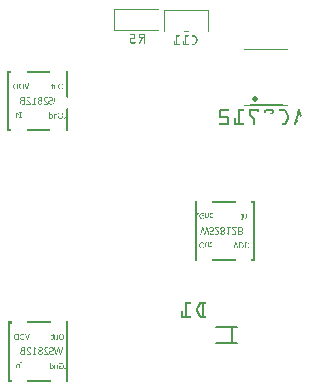
<source format=gbo>
G04 MADE WITH FRITZING*
G04 WWW.FRITZING.ORG*
G04 DOUBLE SIDED*
G04 HOLES PLATED*
G04 CONTOUR ON CENTER OF CONTOUR VECTOR*
%ASAXBY*%
%FSLAX23Y23*%
%MOIN*%
%OFA0B0*%
%SFA1.0B1.0*%
%ADD10C,0.019307X0.00330709*%
%ADD11C,0.008000*%
%ADD12R,0.001000X0.001000*%
%LNSILK0*%
G90*
G70*
G54D10*
X908Y1222D03*
G54D11*
X848Y461D02*
X832Y461D01*
D02*
X832Y461D02*
X777Y461D01*
D02*
X848Y410D02*
X832Y410D01*
D02*
X832Y410D02*
X777Y410D01*
D02*
X832Y461D02*
X832Y410D01*
G54D12*
X438Y1521D02*
X589Y1521D01*
X438Y1520D02*
X589Y1520D01*
X438Y1519D02*
X441Y1519D01*
X506Y1519D02*
X521Y1519D01*
X587Y1519D02*
X589Y1519D01*
X438Y1518D02*
X440Y1518D01*
X506Y1518D02*
X521Y1518D01*
X587Y1518D02*
X589Y1518D01*
X605Y1518D02*
X755Y1518D01*
X438Y1517D02*
X440Y1517D01*
X587Y1517D02*
X589Y1517D01*
X604Y1517D02*
X755Y1517D01*
X438Y1516D02*
X440Y1516D01*
X587Y1516D02*
X589Y1516D01*
X604Y1516D02*
X755Y1516D01*
X438Y1515D02*
X440Y1515D01*
X587Y1515D02*
X589Y1515D01*
X604Y1515D02*
X606Y1515D01*
X672Y1515D02*
X687Y1515D01*
X753Y1515D02*
X755Y1515D01*
X438Y1514D02*
X440Y1514D01*
X587Y1514D02*
X589Y1514D01*
X604Y1514D02*
X606Y1514D01*
X753Y1514D02*
X755Y1514D01*
X438Y1513D02*
X440Y1513D01*
X587Y1513D02*
X589Y1513D01*
X604Y1513D02*
X606Y1513D01*
X753Y1513D02*
X755Y1513D01*
X438Y1512D02*
X440Y1512D01*
X587Y1512D02*
X589Y1512D01*
X604Y1512D02*
X606Y1512D01*
X753Y1512D02*
X755Y1512D01*
X438Y1511D02*
X440Y1511D01*
X587Y1511D02*
X589Y1511D01*
X604Y1511D02*
X606Y1511D01*
X753Y1511D02*
X755Y1511D01*
X438Y1510D02*
X440Y1510D01*
X587Y1510D02*
X589Y1510D01*
X604Y1510D02*
X606Y1510D01*
X753Y1510D02*
X755Y1510D01*
X438Y1509D02*
X440Y1509D01*
X587Y1509D02*
X589Y1509D01*
X604Y1509D02*
X606Y1509D01*
X753Y1509D02*
X755Y1509D01*
X438Y1508D02*
X440Y1508D01*
X587Y1508D02*
X589Y1508D01*
X604Y1508D02*
X606Y1508D01*
X753Y1508D02*
X755Y1508D01*
X438Y1507D02*
X440Y1507D01*
X587Y1507D02*
X589Y1507D01*
X604Y1507D02*
X606Y1507D01*
X753Y1507D02*
X755Y1507D01*
X438Y1506D02*
X440Y1506D01*
X587Y1506D02*
X589Y1506D01*
X604Y1506D02*
X606Y1506D01*
X753Y1506D02*
X755Y1506D01*
X438Y1505D02*
X440Y1505D01*
X587Y1505D02*
X589Y1505D01*
X604Y1505D02*
X606Y1505D01*
X753Y1505D02*
X755Y1505D01*
X438Y1504D02*
X440Y1504D01*
X587Y1504D02*
X589Y1504D01*
X604Y1504D02*
X606Y1504D01*
X753Y1504D02*
X755Y1504D01*
X438Y1503D02*
X440Y1503D01*
X587Y1503D02*
X589Y1503D01*
X604Y1503D02*
X606Y1503D01*
X753Y1503D02*
X755Y1503D01*
X438Y1502D02*
X440Y1502D01*
X587Y1502D02*
X589Y1502D01*
X604Y1502D02*
X606Y1502D01*
X753Y1502D02*
X755Y1502D01*
X438Y1501D02*
X440Y1501D01*
X587Y1501D02*
X589Y1501D01*
X604Y1501D02*
X606Y1501D01*
X753Y1501D02*
X755Y1501D01*
X438Y1500D02*
X440Y1500D01*
X587Y1500D02*
X589Y1500D01*
X604Y1500D02*
X606Y1500D01*
X753Y1500D02*
X755Y1500D01*
X438Y1499D02*
X440Y1499D01*
X587Y1499D02*
X589Y1499D01*
X604Y1499D02*
X606Y1499D01*
X753Y1499D02*
X755Y1499D01*
X438Y1498D02*
X440Y1498D01*
X587Y1498D02*
X589Y1498D01*
X604Y1498D02*
X606Y1498D01*
X753Y1498D02*
X755Y1498D01*
X438Y1497D02*
X440Y1497D01*
X587Y1497D02*
X589Y1497D01*
X604Y1497D02*
X606Y1497D01*
X753Y1497D02*
X755Y1497D01*
X438Y1496D02*
X440Y1496D01*
X587Y1496D02*
X589Y1496D01*
X604Y1496D02*
X606Y1496D01*
X753Y1496D02*
X755Y1496D01*
X438Y1495D02*
X440Y1495D01*
X587Y1495D02*
X589Y1495D01*
X604Y1495D02*
X606Y1495D01*
X753Y1495D02*
X755Y1495D01*
X438Y1494D02*
X440Y1494D01*
X587Y1494D02*
X589Y1494D01*
X604Y1494D02*
X606Y1494D01*
X753Y1494D02*
X755Y1494D01*
X438Y1493D02*
X440Y1493D01*
X587Y1493D02*
X589Y1493D01*
X604Y1493D02*
X606Y1493D01*
X753Y1493D02*
X755Y1493D01*
X438Y1492D02*
X440Y1492D01*
X587Y1492D02*
X589Y1492D01*
X604Y1492D02*
X606Y1492D01*
X753Y1492D02*
X755Y1492D01*
X438Y1491D02*
X440Y1491D01*
X587Y1491D02*
X589Y1491D01*
X604Y1491D02*
X606Y1491D01*
X753Y1491D02*
X755Y1491D01*
X438Y1490D02*
X440Y1490D01*
X587Y1490D02*
X589Y1490D01*
X604Y1490D02*
X606Y1490D01*
X753Y1490D02*
X755Y1490D01*
X438Y1489D02*
X440Y1489D01*
X587Y1489D02*
X589Y1489D01*
X604Y1489D02*
X606Y1489D01*
X753Y1489D02*
X755Y1489D01*
X438Y1488D02*
X440Y1488D01*
X587Y1488D02*
X589Y1488D01*
X604Y1488D02*
X606Y1488D01*
X753Y1488D02*
X755Y1488D01*
X438Y1487D02*
X440Y1487D01*
X587Y1487D02*
X589Y1487D01*
X604Y1487D02*
X606Y1487D01*
X753Y1487D02*
X755Y1487D01*
X438Y1486D02*
X440Y1486D01*
X587Y1486D02*
X589Y1486D01*
X604Y1486D02*
X606Y1486D01*
X753Y1486D02*
X755Y1486D01*
X438Y1485D02*
X440Y1485D01*
X587Y1485D02*
X589Y1485D01*
X604Y1485D02*
X606Y1485D01*
X753Y1485D02*
X755Y1485D01*
X438Y1484D02*
X440Y1484D01*
X587Y1484D02*
X589Y1484D01*
X604Y1484D02*
X606Y1484D01*
X753Y1484D02*
X755Y1484D01*
X438Y1483D02*
X440Y1483D01*
X587Y1483D02*
X589Y1483D01*
X604Y1483D02*
X606Y1483D01*
X753Y1483D02*
X755Y1483D01*
X438Y1482D02*
X440Y1482D01*
X587Y1482D02*
X589Y1482D01*
X604Y1482D02*
X606Y1482D01*
X753Y1482D02*
X755Y1482D01*
X438Y1481D02*
X440Y1481D01*
X587Y1481D02*
X589Y1481D01*
X604Y1481D02*
X606Y1481D01*
X753Y1481D02*
X755Y1481D01*
X438Y1480D02*
X440Y1480D01*
X587Y1480D02*
X589Y1480D01*
X604Y1480D02*
X606Y1480D01*
X753Y1480D02*
X755Y1480D01*
X438Y1479D02*
X440Y1479D01*
X587Y1479D02*
X589Y1479D01*
X604Y1479D02*
X606Y1479D01*
X753Y1479D02*
X755Y1479D01*
X438Y1478D02*
X440Y1478D01*
X587Y1478D02*
X589Y1478D01*
X604Y1478D02*
X606Y1478D01*
X753Y1478D02*
X755Y1478D01*
X438Y1477D02*
X440Y1477D01*
X587Y1477D02*
X589Y1477D01*
X604Y1477D02*
X606Y1477D01*
X753Y1477D02*
X755Y1477D01*
X438Y1476D02*
X440Y1476D01*
X587Y1476D02*
X589Y1476D01*
X604Y1476D02*
X606Y1476D01*
X753Y1476D02*
X755Y1476D01*
X438Y1475D02*
X440Y1475D01*
X587Y1475D02*
X589Y1475D01*
X604Y1475D02*
X606Y1475D01*
X753Y1475D02*
X755Y1475D01*
X438Y1474D02*
X440Y1474D01*
X587Y1474D02*
X589Y1474D01*
X604Y1474D02*
X606Y1474D01*
X753Y1474D02*
X755Y1474D01*
X438Y1473D02*
X440Y1473D01*
X587Y1473D02*
X589Y1473D01*
X604Y1473D02*
X606Y1473D01*
X753Y1473D02*
X755Y1473D01*
X438Y1472D02*
X440Y1472D01*
X587Y1472D02*
X589Y1472D01*
X604Y1472D02*
X606Y1472D01*
X753Y1472D02*
X755Y1472D01*
X438Y1471D02*
X440Y1471D01*
X587Y1471D02*
X589Y1471D01*
X604Y1471D02*
X606Y1471D01*
X753Y1471D02*
X755Y1471D01*
X438Y1470D02*
X440Y1470D01*
X587Y1470D02*
X589Y1470D01*
X604Y1470D02*
X606Y1470D01*
X753Y1470D02*
X755Y1470D01*
X438Y1469D02*
X440Y1469D01*
X587Y1469D02*
X589Y1469D01*
X604Y1469D02*
X606Y1469D01*
X753Y1469D02*
X755Y1469D01*
X438Y1468D02*
X440Y1468D01*
X587Y1468D02*
X589Y1468D01*
X604Y1468D02*
X606Y1468D01*
X753Y1468D02*
X755Y1468D01*
X438Y1467D02*
X440Y1467D01*
X587Y1467D02*
X589Y1467D01*
X604Y1467D02*
X606Y1467D01*
X753Y1467D02*
X755Y1467D01*
X438Y1466D02*
X440Y1466D01*
X587Y1466D02*
X589Y1466D01*
X604Y1466D02*
X606Y1466D01*
X753Y1466D02*
X755Y1466D01*
X438Y1465D02*
X440Y1465D01*
X587Y1465D02*
X589Y1465D01*
X604Y1465D02*
X606Y1465D01*
X753Y1465D02*
X755Y1465D01*
X438Y1464D02*
X440Y1464D01*
X587Y1464D02*
X589Y1464D01*
X604Y1464D02*
X606Y1464D01*
X753Y1464D02*
X755Y1464D01*
X438Y1463D02*
X440Y1463D01*
X587Y1463D02*
X589Y1463D01*
X604Y1463D02*
X606Y1463D01*
X753Y1463D02*
X755Y1463D01*
X438Y1462D02*
X440Y1462D01*
X587Y1462D02*
X589Y1462D01*
X604Y1462D02*
X606Y1462D01*
X753Y1462D02*
X755Y1462D01*
X438Y1461D02*
X440Y1461D01*
X587Y1461D02*
X589Y1461D01*
X604Y1461D02*
X606Y1461D01*
X753Y1461D02*
X755Y1461D01*
X438Y1460D02*
X440Y1460D01*
X587Y1460D02*
X589Y1460D01*
X604Y1460D02*
X606Y1460D01*
X753Y1460D02*
X755Y1460D01*
X438Y1459D02*
X440Y1459D01*
X587Y1459D02*
X589Y1459D01*
X604Y1459D02*
X606Y1459D01*
X753Y1459D02*
X755Y1459D01*
X438Y1458D02*
X440Y1458D01*
X587Y1458D02*
X589Y1458D01*
X604Y1458D02*
X606Y1458D01*
X753Y1458D02*
X755Y1458D01*
X438Y1457D02*
X440Y1457D01*
X587Y1457D02*
X589Y1457D01*
X604Y1457D02*
X606Y1457D01*
X753Y1457D02*
X755Y1457D01*
X438Y1456D02*
X440Y1456D01*
X587Y1456D02*
X589Y1456D01*
X604Y1456D02*
X606Y1456D01*
X753Y1456D02*
X755Y1456D01*
X438Y1455D02*
X440Y1455D01*
X587Y1455D02*
X589Y1455D01*
X604Y1455D02*
X606Y1455D01*
X753Y1455D02*
X755Y1455D01*
X438Y1454D02*
X440Y1454D01*
X587Y1454D02*
X589Y1454D01*
X604Y1454D02*
X606Y1454D01*
X753Y1454D02*
X755Y1454D01*
X438Y1453D02*
X440Y1453D01*
X587Y1453D02*
X589Y1453D01*
X604Y1453D02*
X606Y1453D01*
X753Y1453D02*
X755Y1453D01*
X438Y1452D02*
X440Y1452D01*
X587Y1452D02*
X589Y1452D01*
X604Y1452D02*
X606Y1452D01*
X753Y1452D02*
X755Y1452D01*
X438Y1451D02*
X440Y1451D01*
X506Y1451D02*
X521Y1451D01*
X587Y1451D02*
X589Y1451D01*
X604Y1451D02*
X606Y1451D01*
X753Y1451D02*
X755Y1451D01*
X438Y1450D02*
X589Y1450D01*
X604Y1450D02*
X606Y1450D01*
X753Y1450D02*
X755Y1450D01*
X438Y1449D02*
X589Y1449D01*
X604Y1449D02*
X606Y1449D01*
X753Y1449D02*
X755Y1449D01*
X438Y1448D02*
X589Y1448D01*
X604Y1448D02*
X606Y1448D01*
X753Y1448D02*
X755Y1448D01*
X604Y1447D02*
X606Y1447D01*
X672Y1447D02*
X687Y1447D01*
X753Y1447D02*
X755Y1447D01*
X604Y1446D02*
X755Y1446D01*
X604Y1445D02*
X755Y1445D01*
X604Y1444D02*
X755Y1444D01*
X493Y1439D02*
X507Y1439D01*
X527Y1439D02*
X541Y1439D01*
X492Y1438D02*
X507Y1438D01*
X525Y1438D02*
X541Y1438D01*
X492Y1437D02*
X507Y1437D01*
X523Y1437D02*
X541Y1437D01*
X492Y1436D02*
X507Y1436D01*
X523Y1436D02*
X541Y1436D01*
X494Y1435D02*
X507Y1435D01*
X522Y1435D02*
X541Y1435D01*
X504Y1434D02*
X507Y1434D01*
X522Y1434D02*
X525Y1434D01*
X538Y1434D02*
X541Y1434D01*
X504Y1433D02*
X507Y1433D01*
X522Y1433D02*
X525Y1433D01*
X538Y1433D02*
X541Y1433D01*
X645Y1433D02*
X656Y1433D01*
X675Y1433D02*
X686Y1433D01*
X697Y1433D02*
X709Y1433D01*
X504Y1432D02*
X507Y1432D01*
X522Y1432D02*
X525Y1432D01*
X538Y1432D02*
X541Y1432D01*
X645Y1432D02*
X656Y1432D01*
X675Y1432D02*
X686Y1432D01*
X697Y1432D02*
X710Y1432D01*
X504Y1431D02*
X507Y1431D01*
X522Y1431D02*
X525Y1431D01*
X538Y1431D02*
X541Y1431D01*
X645Y1431D02*
X656Y1431D01*
X675Y1431D02*
X686Y1431D01*
X697Y1431D02*
X711Y1431D01*
X504Y1430D02*
X507Y1430D01*
X522Y1430D02*
X525Y1430D01*
X538Y1430D02*
X541Y1430D01*
X645Y1430D02*
X655Y1430D01*
X675Y1430D02*
X685Y1430D01*
X698Y1430D02*
X711Y1430D01*
X504Y1429D02*
X507Y1429D01*
X522Y1429D02*
X526Y1429D01*
X538Y1429D02*
X541Y1429D01*
X645Y1429D02*
X648Y1429D01*
X675Y1429D02*
X678Y1429D01*
X708Y1429D02*
X712Y1429D01*
X504Y1428D02*
X507Y1428D01*
X522Y1428D02*
X541Y1428D01*
X645Y1428D02*
X648Y1428D01*
X675Y1428D02*
X678Y1428D01*
X709Y1428D02*
X712Y1428D01*
X504Y1427D02*
X507Y1427D01*
X523Y1427D02*
X541Y1427D01*
X645Y1427D02*
X648Y1427D01*
X675Y1427D02*
X678Y1427D01*
X709Y1427D02*
X713Y1427D01*
X504Y1426D02*
X507Y1426D01*
X524Y1426D02*
X541Y1426D01*
X645Y1426D02*
X648Y1426D01*
X675Y1426D02*
X678Y1426D01*
X710Y1426D02*
X713Y1426D01*
X496Y1425D02*
X507Y1425D01*
X525Y1425D02*
X541Y1425D01*
X645Y1425D02*
X648Y1425D01*
X675Y1425D02*
X678Y1425D01*
X710Y1425D02*
X714Y1425D01*
X493Y1424D02*
X507Y1424D01*
X530Y1424D02*
X534Y1424D01*
X538Y1424D02*
X541Y1424D01*
X645Y1424D02*
X648Y1424D01*
X675Y1424D02*
X678Y1424D01*
X711Y1424D02*
X714Y1424D01*
X492Y1423D02*
X507Y1423D01*
X530Y1423D02*
X533Y1423D01*
X538Y1423D02*
X541Y1423D01*
X645Y1423D02*
X648Y1423D01*
X675Y1423D02*
X678Y1423D01*
X711Y1423D02*
X715Y1423D01*
X492Y1422D02*
X507Y1422D01*
X529Y1422D02*
X533Y1422D01*
X538Y1422D02*
X541Y1422D01*
X645Y1422D02*
X648Y1422D01*
X675Y1422D02*
X678Y1422D01*
X712Y1422D02*
X715Y1422D01*
X492Y1421D02*
X507Y1421D01*
X528Y1421D02*
X532Y1421D01*
X538Y1421D02*
X541Y1421D01*
X645Y1421D02*
X648Y1421D01*
X675Y1421D02*
X678Y1421D01*
X712Y1421D02*
X716Y1421D01*
X492Y1420D02*
X495Y1420D01*
X528Y1420D02*
X532Y1420D01*
X538Y1420D02*
X541Y1420D01*
X645Y1420D02*
X648Y1420D01*
X675Y1420D02*
X678Y1420D01*
X713Y1420D02*
X716Y1420D01*
X492Y1419D02*
X495Y1419D01*
X527Y1419D02*
X531Y1419D01*
X538Y1419D02*
X541Y1419D01*
X645Y1419D02*
X648Y1419D01*
X675Y1419D02*
X678Y1419D01*
X713Y1419D02*
X716Y1419D01*
X492Y1418D02*
X495Y1418D01*
X527Y1418D02*
X531Y1418D01*
X538Y1418D02*
X541Y1418D01*
X645Y1418D02*
X648Y1418D01*
X675Y1418D02*
X678Y1418D01*
X713Y1418D02*
X716Y1418D01*
X492Y1417D02*
X495Y1417D01*
X526Y1417D02*
X530Y1417D01*
X538Y1417D02*
X541Y1417D01*
X645Y1417D02*
X648Y1417D01*
X675Y1417D02*
X678Y1417D01*
X713Y1417D02*
X716Y1417D01*
X492Y1416D02*
X495Y1416D01*
X526Y1416D02*
X529Y1416D01*
X538Y1416D02*
X541Y1416D01*
X638Y1416D02*
X639Y1416D01*
X645Y1416D02*
X648Y1416D01*
X668Y1416D02*
X669Y1416D01*
X675Y1416D02*
X678Y1416D01*
X713Y1416D02*
X716Y1416D01*
X492Y1415D02*
X495Y1415D01*
X525Y1415D02*
X529Y1415D01*
X538Y1415D02*
X541Y1415D01*
X637Y1415D02*
X640Y1415D01*
X645Y1415D02*
X648Y1415D01*
X667Y1415D02*
X670Y1415D01*
X675Y1415D02*
X678Y1415D01*
X712Y1415D02*
X716Y1415D01*
X492Y1414D02*
X495Y1414D01*
X524Y1414D02*
X528Y1414D01*
X538Y1414D02*
X541Y1414D01*
X637Y1414D02*
X640Y1414D01*
X645Y1414D02*
X648Y1414D01*
X667Y1414D02*
X670Y1414D01*
X675Y1414D02*
X678Y1414D01*
X712Y1414D02*
X716Y1414D01*
X492Y1413D02*
X495Y1413D01*
X524Y1413D02*
X528Y1413D01*
X538Y1413D02*
X541Y1413D01*
X637Y1413D02*
X640Y1413D01*
X645Y1413D02*
X648Y1413D01*
X667Y1413D02*
X670Y1413D01*
X675Y1413D02*
X678Y1413D01*
X711Y1413D02*
X715Y1413D01*
X492Y1412D02*
X495Y1412D01*
X508Y1412D02*
X511Y1412D01*
X523Y1412D02*
X527Y1412D01*
X538Y1412D02*
X541Y1412D01*
X637Y1412D02*
X640Y1412D01*
X645Y1412D02*
X648Y1412D01*
X667Y1412D02*
X670Y1412D01*
X675Y1412D02*
X678Y1412D01*
X711Y1412D02*
X715Y1412D01*
X492Y1411D02*
X495Y1411D01*
X506Y1411D02*
X511Y1411D01*
X523Y1411D02*
X526Y1411D01*
X538Y1411D02*
X541Y1411D01*
X637Y1411D02*
X640Y1411D01*
X645Y1411D02*
X648Y1411D01*
X667Y1411D02*
X670Y1411D01*
X675Y1411D02*
X678Y1411D01*
X710Y1411D02*
X714Y1411D01*
X492Y1410D02*
X511Y1410D01*
X522Y1410D02*
X526Y1410D01*
X538Y1410D02*
X541Y1410D01*
X637Y1410D02*
X640Y1410D01*
X645Y1410D02*
X648Y1410D01*
X667Y1410D02*
X670Y1410D01*
X675Y1410D02*
X678Y1410D01*
X710Y1410D02*
X714Y1410D01*
X492Y1409D02*
X511Y1409D01*
X522Y1409D02*
X525Y1409D01*
X538Y1409D02*
X541Y1409D01*
X637Y1409D02*
X640Y1409D01*
X645Y1409D02*
X648Y1409D01*
X667Y1409D02*
X670Y1409D01*
X675Y1409D02*
X678Y1409D01*
X709Y1409D02*
X713Y1409D01*
X493Y1408D02*
X509Y1408D01*
X522Y1408D02*
X525Y1408D01*
X538Y1408D02*
X541Y1408D01*
X637Y1408D02*
X640Y1408D01*
X645Y1408D02*
X648Y1408D01*
X667Y1408D02*
X670Y1408D01*
X675Y1408D02*
X678Y1408D01*
X709Y1408D02*
X713Y1408D01*
X494Y1407D02*
X506Y1407D01*
X523Y1407D02*
X524Y1407D01*
X539Y1407D02*
X540Y1407D01*
X637Y1407D02*
X640Y1407D01*
X645Y1407D02*
X648Y1407D01*
X667Y1407D02*
X670Y1407D01*
X675Y1407D02*
X678Y1407D01*
X708Y1407D02*
X712Y1407D01*
X637Y1406D02*
X640Y1406D01*
X645Y1406D02*
X648Y1406D01*
X667Y1406D02*
X670Y1406D01*
X675Y1406D02*
X678Y1406D01*
X707Y1406D02*
X712Y1406D01*
X637Y1405D02*
X656Y1405D01*
X667Y1405D02*
X686Y1405D01*
X697Y1405D02*
X711Y1405D01*
X637Y1404D02*
X656Y1404D01*
X667Y1404D02*
X686Y1404D01*
X697Y1404D02*
X710Y1404D01*
X637Y1403D02*
X656Y1403D01*
X667Y1403D02*
X686Y1403D01*
X697Y1403D02*
X709Y1403D01*
X637Y1402D02*
X656Y1402D01*
X667Y1402D02*
X686Y1402D01*
X697Y1402D02*
X708Y1402D01*
X873Y1389D02*
X1018Y1389D01*
X872Y1388D02*
X1019Y1388D01*
X872Y1387D02*
X1019Y1387D01*
X872Y1386D02*
X1019Y1386D01*
X892Y1385D02*
X1000Y1385D01*
X892Y1384D02*
X1000Y1384D01*
X83Y1315D02*
X95Y1315D01*
X147Y1315D02*
X225Y1315D01*
X277Y1315D02*
X282Y1315D01*
X83Y1314D02*
X95Y1314D01*
X147Y1314D02*
X225Y1314D01*
X277Y1314D02*
X283Y1314D01*
X83Y1313D02*
X95Y1313D01*
X147Y1313D02*
X225Y1313D01*
X277Y1313D02*
X283Y1313D01*
X83Y1312D02*
X95Y1312D01*
X147Y1312D02*
X225Y1312D01*
X277Y1312D02*
X283Y1312D01*
X83Y1311D02*
X95Y1311D01*
X147Y1311D02*
X225Y1311D01*
X277Y1311D02*
X283Y1311D01*
X83Y1310D02*
X95Y1310D01*
X147Y1310D02*
X225Y1310D01*
X277Y1310D02*
X283Y1310D01*
X83Y1309D02*
X95Y1309D01*
X147Y1309D02*
X225Y1309D01*
X277Y1309D02*
X283Y1309D01*
X83Y1308D02*
X95Y1308D01*
X277Y1308D02*
X283Y1308D01*
X83Y1307D02*
X89Y1307D01*
X277Y1307D02*
X283Y1307D01*
X83Y1306D02*
X89Y1306D01*
X277Y1306D02*
X283Y1306D01*
X83Y1305D02*
X89Y1305D01*
X277Y1305D02*
X283Y1305D01*
X83Y1304D02*
X89Y1304D01*
X277Y1304D02*
X283Y1304D01*
X83Y1303D02*
X89Y1303D01*
X277Y1303D02*
X283Y1303D01*
X83Y1302D02*
X89Y1302D01*
X277Y1302D02*
X283Y1302D01*
X83Y1301D02*
X89Y1301D01*
X277Y1301D02*
X283Y1301D01*
X83Y1300D02*
X89Y1300D01*
X277Y1300D02*
X283Y1300D01*
X83Y1299D02*
X89Y1299D01*
X277Y1299D02*
X283Y1299D01*
X83Y1298D02*
X89Y1298D01*
X277Y1298D02*
X283Y1298D01*
X83Y1297D02*
X89Y1297D01*
X277Y1297D02*
X283Y1297D01*
X83Y1296D02*
X89Y1296D01*
X277Y1296D02*
X283Y1296D01*
X83Y1295D02*
X89Y1295D01*
X277Y1295D02*
X283Y1295D01*
X83Y1294D02*
X89Y1294D01*
X277Y1294D02*
X283Y1294D01*
X83Y1293D02*
X89Y1293D01*
X277Y1293D02*
X283Y1293D01*
X83Y1292D02*
X89Y1292D01*
X277Y1292D02*
X283Y1292D01*
X83Y1291D02*
X89Y1291D01*
X277Y1291D02*
X283Y1291D01*
X83Y1290D02*
X89Y1290D01*
X277Y1290D02*
X283Y1290D01*
X83Y1289D02*
X89Y1289D01*
X277Y1289D02*
X283Y1289D01*
X83Y1288D02*
X89Y1288D01*
X277Y1288D02*
X283Y1288D01*
X83Y1287D02*
X89Y1287D01*
X277Y1287D02*
X283Y1287D01*
X83Y1286D02*
X89Y1286D01*
X277Y1286D02*
X283Y1286D01*
X83Y1285D02*
X89Y1285D01*
X277Y1285D02*
X283Y1285D01*
X83Y1284D02*
X89Y1284D01*
X277Y1284D02*
X283Y1284D01*
X83Y1283D02*
X89Y1283D01*
X277Y1283D02*
X283Y1283D01*
X83Y1282D02*
X89Y1282D01*
X277Y1282D02*
X283Y1282D01*
X83Y1281D02*
X89Y1281D01*
X277Y1281D02*
X283Y1281D01*
X83Y1280D02*
X89Y1280D01*
X277Y1280D02*
X283Y1280D01*
X83Y1279D02*
X89Y1279D01*
X277Y1279D02*
X283Y1279D01*
X83Y1278D02*
X89Y1278D01*
X277Y1278D02*
X283Y1278D01*
X83Y1277D02*
X89Y1277D01*
X277Y1277D02*
X283Y1277D01*
X83Y1276D02*
X89Y1276D01*
X277Y1276D02*
X283Y1276D01*
X83Y1275D02*
X89Y1275D01*
X277Y1275D02*
X283Y1275D01*
X83Y1274D02*
X89Y1274D01*
X277Y1274D02*
X283Y1274D01*
X83Y1273D02*
X89Y1273D01*
X153Y1273D02*
X155Y1273D01*
X277Y1273D02*
X283Y1273D01*
X83Y1272D02*
X89Y1272D01*
X153Y1272D02*
X155Y1272D01*
X277Y1272D02*
X283Y1272D01*
X83Y1271D02*
X89Y1271D01*
X105Y1271D02*
X109Y1271D01*
X116Y1271D02*
X118Y1271D01*
X124Y1271D02*
X128Y1271D01*
X135Y1271D02*
X137Y1271D01*
X141Y1271D02*
X142Y1271D01*
X153Y1271D02*
X154Y1271D01*
X232Y1271D02*
X234Y1271D01*
X255Y1271D02*
X257Y1271D01*
X265Y1271D02*
X267Y1271D01*
X277Y1271D02*
X283Y1271D01*
X83Y1270D02*
X89Y1270D01*
X105Y1270D02*
X107Y1270D01*
X116Y1270D02*
X118Y1270D01*
X123Y1270D02*
X126Y1270D01*
X135Y1270D02*
X137Y1270D01*
X141Y1270D02*
X143Y1270D01*
X152Y1270D02*
X154Y1270D01*
X232Y1270D02*
X234Y1270D01*
X254Y1270D02*
X256Y1270D01*
X266Y1270D02*
X268Y1270D01*
X277Y1270D02*
X283Y1270D01*
X83Y1269D02*
X89Y1269D01*
X104Y1269D02*
X106Y1269D01*
X116Y1269D02*
X118Y1269D01*
X123Y1269D02*
X125Y1269D01*
X135Y1269D02*
X137Y1269D01*
X141Y1269D02*
X143Y1269D01*
X152Y1269D02*
X154Y1269D01*
X232Y1269D02*
X234Y1269D01*
X254Y1269D02*
X256Y1269D01*
X267Y1269D02*
X269Y1269D01*
X277Y1269D02*
X283Y1269D01*
X83Y1268D02*
X89Y1268D01*
X104Y1268D02*
X105Y1268D01*
X116Y1268D02*
X118Y1268D01*
X122Y1268D02*
X124Y1268D01*
X135Y1268D02*
X137Y1268D01*
X142Y1268D02*
X143Y1268D01*
X152Y1268D02*
X153Y1268D01*
X228Y1268D02*
X236Y1268D01*
X239Y1268D02*
X240Y1268D01*
X248Y1268D02*
X249Y1268D01*
X253Y1268D02*
X255Y1268D01*
X267Y1268D02*
X269Y1268D01*
X277Y1268D02*
X283Y1268D01*
X83Y1267D02*
X89Y1267D01*
X103Y1267D02*
X105Y1267D01*
X116Y1267D02*
X118Y1267D01*
X122Y1267D02*
X124Y1267D01*
X135Y1267D02*
X137Y1267D01*
X142Y1267D02*
X144Y1267D01*
X151Y1267D02*
X153Y1267D01*
X228Y1267D02*
X236Y1267D01*
X239Y1267D02*
X240Y1267D01*
X248Y1267D02*
X249Y1267D01*
X253Y1267D02*
X255Y1267D01*
X267Y1267D02*
X269Y1267D01*
X277Y1267D02*
X283Y1267D01*
X83Y1266D02*
X89Y1266D01*
X103Y1266D02*
X105Y1266D01*
X116Y1266D02*
X118Y1266D01*
X122Y1266D02*
X124Y1266D01*
X135Y1266D02*
X137Y1266D01*
X142Y1266D02*
X144Y1266D01*
X151Y1266D02*
X153Y1266D01*
X232Y1266D02*
X234Y1266D01*
X239Y1266D02*
X240Y1266D01*
X248Y1266D02*
X249Y1266D01*
X253Y1266D02*
X255Y1266D01*
X268Y1266D02*
X269Y1266D01*
X277Y1266D02*
X283Y1266D01*
X83Y1265D02*
X89Y1265D01*
X103Y1265D02*
X105Y1265D01*
X116Y1265D02*
X118Y1265D01*
X122Y1265D02*
X124Y1265D01*
X135Y1265D02*
X137Y1265D01*
X143Y1265D02*
X144Y1265D01*
X151Y1265D02*
X152Y1265D01*
X232Y1265D02*
X234Y1265D01*
X239Y1265D02*
X240Y1265D01*
X248Y1265D02*
X249Y1265D01*
X253Y1265D02*
X255Y1265D01*
X268Y1265D02*
X269Y1265D01*
X277Y1265D02*
X283Y1265D01*
X83Y1264D02*
X89Y1264D01*
X103Y1264D02*
X105Y1264D01*
X116Y1264D02*
X118Y1264D01*
X122Y1264D02*
X123Y1264D01*
X135Y1264D02*
X137Y1264D01*
X143Y1264D02*
X145Y1264D01*
X150Y1264D02*
X152Y1264D01*
X232Y1264D02*
X234Y1264D01*
X239Y1264D02*
X240Y1264D01*
X248Y1264D02*
X249Y1264D01*
X253Y1264D02*
X254Y1264D01*
X268Y1264D02*
X270Y1264D01*
X277Y1264D02*
X283Y1264D01*
X83Y1263D02*
X89Y1263D01*
X103Y1263D02*
X105Y1263D01*
X116Y1263D02*
X118Y1263D01*
X122Y1263D02*
X123Y1263D01*
X135Y1263D02*
X137Y1263D01*
X143Y1263D02*
X145Y1263D01*
X150Y1263D02*
X152Y1263D01*
X232Y1263D02*
X234Y1263D01*
X239Y1263D02*
X240Y1263D01*
X248Y1263D02*
X249Y1263D01*
X253Y1263D02*
X255Y1263D01*
X268Y1263D02*
X269Y1263D01*
X277Y1263D02*
X283Y1263D01*
X83Y1262D02*
X89Y1262D01*
X103Y1262D02*
X105Y1262D01*
X116Y1262D02*
X118Y1262D01*
X122Y1262D02*
X124Y1262D01*
X135Y1262D02*
X137Y1262D01*
X144Y1262D02*
X145Y1262D01*
X150Y1262D02*
X151Y1262D01*
X232Y1262D02*
X234Y1262D01*
X239Y1262D02*
X240Y1262D01*
X248Y1262D02*
X249Y1262D01*
X253Y1262D02*
X255Y1262D01*
X268Y1262D02*
X269Y1262D01*
X277Y1262D02*
X283Y1262D01*
X83Y1261D02*
X89Y1261D01*
X103Y1261D02*
X105Y1261D01*
X116Y1261D02*
X118Y1261D01*
X122Y1261D02*
X124Y1261D01*
X135Y1261D02*
X137Y1261D01*
X144Y1261D02*
X146Y1261D01*
X149Y1261D02*
X151Y1261D01*
X232Y1261D02*
X234Y1261D01*
X239Y1261D02*
X240Y1261D01*
X248Y1261D02*
X249Y1261D01*
X253Y1261D02*
X255Y1261D01*
X267Y1261D02*
X269Y1261D01*
X277Y1261D02*
X283Y1261D01*
X83Y1260D02*
X89Y1260D01*
X103Y1260D02*
X105Y1260D01*
X116Y1260D02*
X118Y1260D01*
X122Y1260D02*
X124Y1260D01*
X135Y1260D02*
X137Y1260D01*
X144Y1260D02*
X146Y1260D01*
X149Y1260D02*
X151Y1260D01*
X232Y1260D02*
X234Y1260D01*
X239Y1260D02*
X240Y1260D01*
X248Y1260D02*
X249Y1260D01*
X253Y1260D02*
X255Y1260D01*
X267Y1260D02*
X269Y1260D01*
X277Y1260D02*
X283Y1260D01*
X83Y1259D02*
X89Y1259D01*
X104Y1259D02*
X106Y1259D01*
X116Y1259D02*
X118Y1259D01*
X123Y1259D02*
X125Y1259D01*
X135Y1259D02*
X137Y1259D01*
X145Y1259D02*
X146Y1259D01*
X149Y1259D02*
X150Y1259D01*
X232Y1259D02*
X234Y1259D01*
X239Y1259D02*
X240Y1259D01*
X248Y1259D02*
X249Y1259D01*
X253Y1259D02*
X255Y1259D01*
X267Y1259D02*
X269Y1259D01*
X277Y1259D02*
X283Y1259D01*
X83Y1258D02*
X89Y1258D01*
X104Y1258D02*
X107Y1258D01*
X116Y1258D02*
X118Y1258D01*
X123Y1258D02*
X125Y1258D01*
X135Y1258D02*
X137Y1258D01*
X145Y1258D02*
X150Y1258D01*
X232Y1258D02*
X234Y1258D01*
X239Y1258D02*
X240Y1258D01*
X248Y1258D02*
X249Y1258D01*
X254Y1258D02*
X256Y1258D01*
X266Y1258D02*
X268Y1258D01*
X277Y1258D02*
X283Y1258D01*
X83Y1257D02*
X89Y1257D01*
X105Y1257D02*
X108Y1257D01*
X116Y1257D02*
X118Y1257D01*
X124Y1257D02*
X127Y1257D01*
X135Y1257D02*
X137Y1257D01*
X145Y1257D02*
X150Y1257D01*
X232Y1257D02*
X234Y1257D01*
X239Y1257D02*
X241Y1257D01*
X247Y1257D02*
X249Y1257D01*
X254Y1257D02*
X257Y1257D01*
X265Y1257D02*
X268Y1257D01*
X277Y1257D02*
X283Y1257D01*
X83Y1256D02*
X89Y1256D01*
X106Y1256D02*
X112Y1256D01*
X116Y1256D02*
X118Y1256D01*
X125Y1256D02*
X131Y1256D01*
X134Y1256D02*
X137Y1256D01*
X146Y1256D02*
X149Y1256D01*
X231Y1256D02*
X234Y1256D01*
X239Y1256D02*
X243Y1256D01*
X247Y1256D02*
X249Y1256D01*
X255Y1256D02*
X258Y1256D01*
X264Y1256D02*
X267Y1256D01*
X277Y1256D02*
X283Y1256D01*
X83Y1255D02*
X89Y1255D01*
X107Y1255D02*
X118Y1255D01*
X126Y1255D02*
X137Y1255D01*
X146Y1255D02*
X149Y1255D01*
X228Y1255D02*
X233Y1255D01*
X239Y1255D02*
X248Y1255D01*
X256Y1255D02*
X266Y1255D01*
X277Y1255D02*
X283Y1255D01*
X83Y1254D02*
X89Y1254D01*
X110Y1254D02*
X118Y1254D01*
X129Y1254D02*
X136Y1254D01*
X146Y1254D02*
X148Y1254D01*
X228Y1254D02*
X232Y1254D01*
X239Y1254D02*
X240Y1254D01*
X243Y1254D02*
X247Y1254D01*
X258Y1254D02*
X264Y1254D01*
X277Y1254D02*
X283Y1254D01*
X83Y1253D02*
X89Y1253D01*
X277Y1253D02*
X283Y1253D01*
X83Y1252D02*
X89Y1252D01*
X277Y1252D02*
X283Y1252D01*
X83Y1251D02*
X89Y1251D01*
X277Y1251D02*
X283Y1251D01*
X83Y1250D02*
X89Y1250D01*
X277Y1250D02*
X283Y1250D01*
X83Y1249D02*
X89Y1249D01*
X277Y1249D02*
X283Y1249D01*
X83Y1248D02*
X89Y1248D01*
X277Y1248D02*
X283Y1248D01*
X83Y1247D02*
X89Y1247D01*
X277Y1247D02*
X283Y1247D01*
X83Y1246D02*
X89Y1246D01*
X277Y1246D02*
X283Y1246D01*
X83Y1245D02*
X89Y1245D01*
X277Y1245D02*
X283Y1245D01*
X83Y1244D02*
X89Y1244D01*
X277Y1244D02*
X283Y1244D01*
X83Y1243D02*
X89Y1243D01*
X277Y1243D02*
X283Y1243D01*
X83Y1242D02*
X89Y1242D01*
X277Y1242D02*
X283Y1242D01*
X83Y1241D02*
X89Y1241D01*
X277Y1241D02*
X283Y1241D01*
X83Y1240D02*
X89Y1240D01*
X277Y1240D02*
X283Y1240D01*
X83Y1239D02*
X89Y1239D01*
X277Y1239D02*
X283Y1239D01*
X83Y1238D02*
X89Y1238D01*
X277Y1238D02*
X283Y1238D01*
X83Y1237D02*
X89Y1237D01*
X277Y1237D02*
X283Y1237D01*
X83Y1236D02*
X89Y1236D01*
X277Y1236D02*
X283Y1236D01*
X83Y1235D02*
X89Y1235D01*
X277Y1235D02*
X283Y1235D01*
X83Y1234D02*
X89Y1234D01*
X277Y1234D02*
X283Y1234D01*
X83Y1233D02*
X89Y1233D01*
X277Y1233D02*
X283Y1233D01*
X83Y1232D02*
X89Y1232D01*
X277Y1232D02*
X283Y1232D01*
X83Y1231D02*
X89Y1231D01*
X277Y1231D02*
X283Y1231D01*
X83Y1230D02*
X89Y1230D01*
X279Y1230D02*
X283Y1230D01*
X83Y1229D02*
X89Y1229D01*
X280Y1229D02*
X283Y1229D01*
X83Y1228D02*
X89Y1228D01*
X130Y1228D02*
X140Y1228D01*
X150Y1228D02*
X157Y1228D01*
X171Y1228D02*
X172Y1228D01*
X188Y1228D02*
X195Y1228D01*
X208Y1228D02*
X215Y1228D01*
X223Y1228D02*
X231Y1228D01*
X237Y1228D02*
X238Y1228D01*
X250Y1228D02*
X250Y1228D01*
X282Y1228D02*
X283Y1228D01*
X83Y1227D02*
X89Y1227D01*
X128Y1227D02*
X140Y1227D01*
X149Y1227D02*
X159Y1227D01*
X171Y1227D02*
X172Y1227D01*
X187Y1227D02*
X196Y1227D01*
X207Y1227D02*
X217Y1227D01*
X221Y1227D02*
X232Y1227D01*
X237Y1227D02*
X239Y1227D01*
X283Y1227D02*
X283Y1227D01*
X83Y1226D02*
X89Y1226D01*
X126Y1226D02*
X140Y1226D01*
X148Y1226D02*
X160Y1226D01*
X171Y1226D02*
X173Y1226D01*
X186Y1226D02*
X189Y1226D01*
X194Y1226D02*
X197Y1226D01*
X206Y1226D02*
X217Y1226D01*
X220Y1226D02*
X234Y1226D01*
X237Y1226D02*
X239Y1226D01*
X83Y1225D02*
X89Y1225D01*
X126Y1225D02*
X130Y1225D01*
X138Y1225D02*
X140Y1225D01*
X147Y1225D02*
X151Y1225D01*
X158Y1225D02*
X160Y1225D01*
X171Y1225D02*
X175Y1225D01*
X185Y1225D02*
X188Y1225D01*
X195Y1225D02*
X198Y1225D01*
X205Y1225D02*
X209Y1225D01*
X216Y1225D02*
X217Y1225D01*
X220Y1225D02*
X223Y1225D01*
X231Y1225D02*
X234Y1225D01*
X237Y1225D02*
X239Y1225D01*
X83Y1224D02*
X89Y1224D01*
X125Y1224D02*
X128Y1224D01*
X138Y1224D02*
X140Y1224D01*
X147Y1224D02*
X150Y1224D01*
X171Y1224D02*
X177Y1224D01*
X185Y1224D02*
X187Y1224D01*
X196Y1224D02*
X198Y1224D01*
X205Y1224D02*
X208Y1224D01*
X220Y1224D02*
X221Y1224D01*
X232Y1224D02*
X235Y1224D01*
X237Y1224D02*
X240Y1224D01*
X83Y1223D02*
X89Y1223D01*
X125Y1223D02*
X128Y1223D01*
X138Y1223D02*
X140Y1223D01*
X147Y1223D02*
X149Y1223D01*
X171Y1223D02*
X177Y1223D01*
X184Y1223D02*
X187Y1223D01*
X196Y1223D02*
X199Y1223D01*
X204Y1223D02*
X207Y1223D01*
X233Y1223D02*
X235Y1223D01*
X238Y1223D02*
X240Y1223D01*
X83Y1222D02*
X89Y1222D01*
X125Y1222D02*
X128Y1222D01*
X138Y1222D02*
X140Y1222D01*
X147Y1222D02*
X149Y1222D01*
X171Y1222D02*
X173Y1222D01*
X184Y1222D02*
X187Y1222D01*
X196Y1222D02*
X199Y1222D01*
X204Y1222D02*
X207Y1222D01*
X233Y1222D02*
X235Y1222D01*
X238Y1222D02*
X240Y1222D01*
X83Y1221D02*
X89Y1221D01*
X125Y1221D02*
X128Y1221D01*
X138Y1221D02*
X140Y1221D01*
X147Y1221D02*
X149Y1221D01*
X171Y1221D02*
X173Y1221D01*
X185Y1221D02*
X187Y1221D01*
X196Y1221D02*
X198Y1221D01*
X204Y1221D02*
X207Y1221D01*
X233Y1221D02*
X235Y1221D01*
X238Y1221D02*
X240Y1221D01*
X83Y1220D02*
X89Y1220D01*
X126Y1220D02*
X128Y1220D01*
X138Y1220D02*
X140Y1220D01*
X147Y1220D02*
X149Y1220D01*
X171Y1220D02*
X173Y1220D01*
X185Y1220D02*
X187Y1220D01*
X195Y1220D02*
X198Y1220D01*
X205Y1220D02*
X207Y1220D01*
X232Y1220D02*
X235Y1220D01*
X238Y1220D02*
X241Y1220D01*
X83Y1219D02*
X89Y1219D01*
X126Y1219D02*
X129Y1219D01*
X138Y1219D02*
X140Y1219D01*
X147Y1219D02*
X149Y1219D01*
X171Y1219D02*
X173Y1219D01*
X185Y1219D02*
X188Y1219D01*
X194Y1219D02*
X198Y1219D01*
X205Y1219D02*
X207Y1219D01*
X232Y1219D02*
X235Y1219D01*
X239Y1219D02*
X241Y1219D01*
X83Y1218D02*
X89Y1218D01*
X127Y1218D02*
X132Y1218D01*
X137Y1218D02*
X140Y1218D01*
X147Y1218D02*
X150Y1218D01*
X171Y1218D02*
X173Y1218D01*
X186Y1218D02*
X188Y1218D01*
X192Y1218D02*
X197Y1218D01*
X205Y1218D02*
X208Y1218D01*
X230Y1218D02*
X234Y1218D01*
X239Y1218D02*
X241Y1218D01*
X83Y1217D02*
X89Y1217D01*
X128Y1217D02*
X140Y1217D01*
X148Y1217D02*
X150Y1217D01*
X171Y1217D02*
X173Y1217D01*
X187Y1217D02*
X196Y1217D01*
X206Y1217D02*
X208Y1217D01*
X226Y1217D02*
X234Y1217D01*
X239Y1217D02*
X241Y1217D01*
X83Y1216D02*
X89Y1216D01*
X127Y1216D02*
X140Y1216D01*
X148Y1216D02*
X151Y1216D01*
X171Y1216D02*
X173Y1216D01*
X188Y1216D02*
X196Y1216D01*
X206Y1216D02*
X209Y1216D01*
X223Y1216D02*
X233Y1216D01*
X239Y1216D02*
X242Y1216D01*
X83Y1215D02*
X89Y1215D01*
X125Y1215D02*
X130Y1215D01*
X137Y1215D02*
X140Y1215D01*
X149Y1215D02*
X152Y1215D01*
X171Y1215D02*
X173Y1215D01*
X186Y1215D02*
X192Y1215D01*
X195Y1215D02*
X197Y1215D01*
X207Y1215D02*
X210Y1215D01*
X222Y1215D02*
X231Y1215D01*
X240Y1215D02*
X242Y1215D01*
X83Y1214D02*
X89Y1214D01*
X125Y1214D02*
X128Y1214D01*
X138Y1214D02*
X140Y1214D01*
X150Y1214D02*
X153Y1214D01*
X171Y1214D02*
X173Y1214D01*
X185Y1214D02*
X189Y1214D01*
X196Y1214D02*
X198Y1214D01*
X208Y1214D02*
X211Y1214D01*
X221Y1214D02*
X227Y1214D01*
X240Y1214D02*
X241Y1214D01*
X83Y1213D02*
X89Y1213D01*
X124Y1213D02*
X127Y1213D01*
X138Y1213D02*
X140Y1213D01*
X151Y1213D02*
X154Y1213D01*
X171Y1213D02*
X173Y1213D01*
X185Y1213D02*
X188Y1213D01*
X196Y1213D02*
X198Y1213D01*
X209Y1213D02*
X211Y1213D01*
X220Y1213D02*
X224Y1213D01*
X240Y1213D02*
X241Y1213D01*
X83Y1212D02*
X89Y1212D01*
X124Y1212D02*
X127Y1212D01*
X138Y1212D02*
X140Y1212D01*
X152Y1212D02*
X155Y1212D01*
X171Y1212D02*
X173Y1212D01*
X184Y1212D02*
X187Y1212D01*
X197Y1212D02*
X199Y1212D01*
X209Y1212D02*
X212Y1212D01*
X220Y1212D02*
X223Y1212D01*
X240Y1212D02*
X241Y1212D01*
X83Y1211D02*
X89Y1211D01*
X124Y1211D02*
X126Y1211D01*
X138Y1211D02*
X140Y1211D01*
X153Y1211D02*
X155Y1211D01*
X171Y1211D02*
X173Y1211D01*
X184Y1211D02*
X186Y1211D01*
X197Y1211D02*
X199Y1211D01*
X210Y1211D02*
X213Y1211D01*
X220Y1211D02*
X222Y1211D01*
X241Y1211D02*
X241Y1211D01*
X83Y1210D02*
X89Y1210D01*
X124Y1210D02*
X126Y1210D01*
X138Y1210D02*
X140Y1210D01*
X154Y1210D02*
X156Y1210D01*
X171Y1210D02*
X173Y1210D01*
X184Y1210D02*
X186Y1210D01*
X197Y1210D02*
X199Y1210D01*
X211Y1210D02*
X214Y1210D01*
X219Y1210D02*
X222Y1210D01*
X241Y1210D02*
X241Y1210D01*
X83Y1209D02*
X89Y1209D01*
X124Y1209D02*
X127Y1209D01*
X138Y1209D02*
X140Y1209D01*
X155Y1209D02*
X157Y1209D01*
X171Y1209D02*
X173Y1209D01*
X184Y1209D02*
X186Y1209D01*
X197Y1209D02*
X199Y1209D01*
X212Y1209D02*
X215Y1209D01*
X220Y1209D02*
X222Y1209D01*
X241Y1209D02*
X241Y1209D01*
X83Y1208D02*
X89Y1208D01*
X124Y1208D02*
X127Y1208D01*
X138Y1208D02*
X140Y1208D01*
X156Y1208D02*
X158Y1208D01*
X171Y1208D02*
X173Y1208D01*
X184Y1208D02*
X187Y1208D01*
X196Y1208D02*
X199Y1208D01*
X213Y1208D02*
X216Y1208D01*
X220Y1208D02*
X222Y1208D01*
X235Y1208D02*
X236Y1208D01*
X241Y1208D02*
X241Y1208D01*
X83Y1207D02*
X89Y1207D01*
X125Y1207D02*
X128Y1207D01*
X138Y1207D02*
X140Y1207D01*
X157Y1207D02*
X160Y1207D01*
X171Y1207D02*
X173Y1207D01*
X184Y1207D02*
X187Y1207D01*
X196Y1207D02*
X199Y1207D01*
X215Y1207D02*
X217Y1207D01*
X220Y1207D02*
X223Y1207D01*
X234Y1207D02*
X236Y1207D01*
X83Y1206D02*
X89Y1206D01*
X126Y1206D02*
X131Y1206D01*
X137Y1206D02*
X140Y1206D01*
X157Y1206D02*
X160Y1206D01*
X171Y1206D02*
X173Y1206D01*
X185Y1206D02*
X188Y1206D01*
X195Y1206D02*
X198Y1206D01*
X215Y1206D02*
X218Y1206D01*
X221Y1206D02*
X224Y1206D01*
X232Y1206D02*
X236Y1206D01*
X83Y1205D02*
X89Y1205D01*
X127Y1205D02*
X140Y1205D01*
X145Y1205D02*
X160Y1205D01*
X166Y1205D02*
X177Y1205D01*
X186Y1205D02*
X190Y1205D01*
X193Y1205D02*
X197Y1205D01*
X203Y1205D02*
X218Y1205D01*
X222Y1205D02*
X236Y1205D01*
X83Y1204D02*
X89Y1204D01*
X128Y1204D02*
X140Y1204D01*
X145Y1204D02*
X160Y1204D01*
X166Y1204D02*
X177Y1204D01*
X187Y1204D02*
X196Y1204D01*
X203Y1204D02*
X218Y1204D01*
X223Y1204D02*
X234Y1204D01*
X83Y1203D02*
X89Y1203D01*
X133Y1203D02*
X140Y1203D01*
X146Y1203D02*
X160Y1203D01*
X166Y1203D02*
X177Y1203D01*
X189Y1203D02*
X195Y1203D01*
X204Y1203D02*
X218Y1203D01*
X225Y1203D02*
X232Y1203D01*
X892Y1203D02*
X1000Y1203D01*
X83Y1202D02*
X89Y1202D01*
X891Y1202D02*
X1000Y1202D01*
X83Y1201D02*
X89Y1201D01*
X872Y1201D02*
X1019Y1201D01*
X83Y1200D02*
X89Y1200D01*
X872Y1200D02*
X1019Y1200D01*
X83Y1199D02*
X89Y1199D01*
X873Y1199D02*
X1018Y1199D01*
X83Y1198D02*
X89Y1198D01*
X874Y1198D02*
X1017Y1198D01*
X83Y1197D02*
X89Y1197D01*
X83Y1196D02*
X89Y1196D01*
X83Y1195D02*
X89Y1195D01*
X83Y1194D02*
X89Y1194D01*
X83Y1193D02*
X89Y1193D01*
X83Y1192D02*
X89Y1192D01*
X83Y1191D02*
X89Y1191D01*
X283Y1191D02*
X283Y1191D01*
X83Y1190D02*
X89Y1190D01*
X282Y1190D02*
X283Y1190D01*
X83Y1189D02*
X89Y1189D01*
X281Y1189D02*
X283Y1189D01*
X83Y1188D02*
X89Y1188D01*
X279Y1188D02*
X283Y1188D01*
X83Y1187D02*
X89Y1187D01*
X277Y1187D02*
X283Y1187D01*
X792Y1187D02*
X821Y1187D01*
X852Y1187D02*
X870Y1187D01*
X888Y1187D02*
X920Y1187D01*
X944Y1187D02*
X967Y1187D01*
X989Y1187D02*
X1008Y1187D01*
X1053Y1187D02*
X1057Y1187D01*
X83Y1186D02*
X89Y1186D01*
X277Y1186D02*
X283Y1186D01*
X791Y1186D02*
X821Y1186D01*
X852Y1186D02*
X871Y1186D01*
X888Y1186D02*
X921Y1186D01*
X942Y1186D02*
X969Y1186D01*
X989Y1186D02*
X1010Y1186D01*
X1052Y1186D02*
X1057Y1186D01*
X83Y1185D02*
X89Y1185D01*
X277Y1185D02*
X283Y1185D01*
X790Y1185D02*
X822Y1185D01*
X852Y1185D02*
X872Y1185D01*
X888Y1185D02*
X922Y1185D01*
X941Y1185D02*
X970Y1185D01*
X988Y1185D02*
X1011Y1185D01*
X1052Y1185D02*
X1058Y1185D01*
X83Y1184D02*
X89Y1184D01*
X277Y1184D02*
X283Y1184D01*
X789Y1184D02*
X822Y1184D01*
X852Y1184D02*
X872Y1184D01*
X888Y1184D02*
X922Y1184D01*
X940Y1184D02*
X971Y1184D01*
X988Y1184D02*
X1012Y1184D01*
X1052Y1184D02*
X1058Y1184D01*
X83Y1183D02*
X89Y1183D01*
X277Y1183D02*
X283Y1183D01*
X789Y1183D02*
X821Y1183D01*
X852Y1183D02*
X871Y1183D01*
X888Y1183D02*
X922Y1183D01*
X939Y1183D02*
X971Y1183D01*
X988Y1183D02*
X1012Y1183D01*
X1051Y1183D02*
X1058Y1183D01*
X83Y1182D02*
X89Y1182D01*
X277Y1182D02*
X283Y1182D01*
X788Y1182D02*
X821Y1182D01*
X852Y1182D02*
X871Y1182D01*
X888Y1182D02*
X922Y1182D01*
X939Y1182D02*
X971Y1182D01*
X989Y1182D02*
X1013Y1182D01*
X1051Y1182D02*
X1059Y1182D01*
X83Y1181D02*
X89Y1181D01*
X277Y1181D02*
X283Y1181D01*
X788Y1181D02*
X819Y1181D01*
X852Y1181D02*
X869Y1181D01*
X888Y1181D02*
X922Y1181D01*
X938Y1181D02*
X972Y1181D01*
X991Y1181D02*
X1014Y1181D01*
X1051Y1181D02*
X1059Y1181D01*
X83Y1180D02*
X89Y1180D01*
X277Y1180D02*
X283Y1180D01*
X788Y1180D02*
X794Y1180D01*
X852Y1180D02*
X858Y1180D01*
X888Y1180D02*
X894Y1180D01*
X916Y1180D02*
X921Y1180D01*
X938Y1180D02*
X945Y1180D01*
X966Y1180D02*
X972Y1180D01*
X1007Y1180D02*
X1014Y1180D01*
X1050Y1180D02*
X1059Y1180D01*
X83Y1179D02*
X89Y1179D01*
X277Y1179D02*
X283Y1179D01*
X788Y1179D02*
X794Y1179D01*
X852Y1179D02*
X858Y1179D01*
X888Y1179D02*
X894Y1179D01*
X917Y1179D02*
X921Y1179D01*
X938Y1179D02*
X944Y1179D01*
X965Y1179D02*
X971Y1179D01*
X1008Y1179D02*
X1015Y1179D01*
X1050Y1179D02*
X1060Y1179D01*
X83Y1178D02*
X89Y1178D01*
X123Y1178D02*
X130Y1178D01*
X277Y1178D02*
X283Y1178D01*
X788Y1178D02*
X794Y1178D01*
X852Y1178D02*
X858Y1178D01*
X888Y1178D02*
X894Y1178D01*
X938Y1178D02*
X944Y1178D01*
X964Y1178D02*
X971Y1178D01*
X1008Y1178D02*
X1015Y1178D01*
X1050Y1178D02*
X1060Y1178D01*
X83Y1177D02*
X89Y1177D01*
X123Y1177D02*
X130Y1177D01*
X223Y1177D02*
X224Y1177D01*
X277Y1177D02*
X283Y1177D01*
X788Y1177D02*
X794Y1177D01*
X852Y1177D02*
X858Y1177D01*
X888Y1177D02*
X894Y1177D01*
X939Y1177D02*
X944Y1177D01*
X964Y1177D02*
X971Y1177D01*
X1009Y1177D02*
X1015Y1177D01*
X1050Y1177D02*
X1060Y1177D01*
X83Y1176D02*
X89Y1176D01*
X125Y1176D02*
X127Y1176D01*
X223Y1176D02*
X224Y1176D01*
X256Y1176D02*
X262Y1176D01*
X277Y1176D02*
X283Y1176D01*
X788Y1176D02*
X794Y1176D01*
X852Y1176D02*
X858Y1176D01*
X888Y1176D02*
X894Y1176D01*
X939Y1176D02*
X943Y1176D01*
X963Y1176D02*
X971Y1176D01*
X1009Y1176D02*
X1016Y1176D01*
X1049Y1176D02*
X1060Y1176D01*
X83Y1175D02*
X89Y1175D01*
X125Y1175D02*
X127Y1175D01*
X223Y1175D02*
X224Y1175D01*
X254Y1175D02*
X264Y1175D01*
X277Y1175D02*
X283Y1175D01*
X788Y1175D02*
X794Y1175D01*
X852Y1175D02*
X858Y1175D01*
X888Y1175D02*
X894Y1175D01*
X962Y1175D02*
X970Y1175D01*
X1010Y1175D02*
X1016Y1175D01*
X1049Y1175D02*
X1061Y1175D01*
X83Y1174D02*
X89Y1174D01*
X116Y1174D02*
X116Y1174D01*
X125Y1174D02*
X127Y1174D01*
X223Y1174D02*
X224Y1174D01*
X253Y1174D02*
X258Y1174D01*
X262Y1174D02*
X266Y1174D01*
X277Y1174D02*
X283Y1174D01*
X788Y1174D02*
X794Y1174D01*
X852Y1174D02*
X858Y1174D01*
X888Y1174D02*
X894Y1174D01*
X961Y1174D02*
X969Y1174D01*
X1010Y1174D02*
X1017Y1174D01*
X1049Y1174D02*
X1061Y1174D01*
X83Y1173D02*
X89Y1173D01*
X113Y1173D02*
X118Y1173D01*
X121Y1173D02*
X122Y1173D01*
X125Y1173D02*
X127Y1173D01*
X223Y1173D02*
X224Y1173D01*
X253Y1173D02*
X255Y1173D01*
X264Y1173D02*
X266Y1173D01*
X277Y1173D02*
X283Y1173D01*
X788Y1173D02*
X794Y1173D01*
X852Y1173D02*
X858Y1173D01*
X888Y1173D02*
X894Y1173D01*
X960Y1173D02*
X968Y1173D01*
X1011Y1173D02*
X1017Y1173D01*
X1048Y1173D02*
X1061Y1173D01*
X83Y1172D02*
X89Y1172D01*
X112Y1172D02*
X122Y1172D01*
X125Y1172D02*
X127Y1172D01*
X223Y1172D02*
X224Y1172D01*
X253Y1172D02*
X253Y1172D01*
X265Y1172D02*
X267Y1172D01*
X277Y1172D02*
X283Y1172D01*
X788Y1172D02*
X794Y1172D01*
X852Y1172D02*
X858Y1172D01*
X888Y1172D02*
X894Y1172D01*
X960Y1172D02*
X968Y1172D01*
X1011Y1172D02*
X1018Y1172D01*
X1048Y1172D02*
X1062Y1172D01*
X83Y1171D02*
X89Y1171D01*
X112Y1171D02*
X114Y1171D01*
X119Y1171D02*
X122Y1171D01*
X125Y1171D02*
X127Y1171D01*
X223Y1171D02*
X224Y1171D01*
X227Y1171D02*
X230Y1171D01*
X241Y1171D02*
X244Y1171D01*
X248Y1171D02*
X249Y1171D01*
X266Y1171D02*
X268Y1171D01*
X277Y1171D02*
X283Y1171D01*
X788Y1171D02*
X794Y1171D01*
X852Y1171D02*
X858Y1171D01*
X888Y1171D02*
X894Y1171D01*
X959Y1171D02*
X967Y1171D01*
X1012Y1171D02*
X1018Y1171D01*
X1048Y1171D02*
X1054Y1171D01*
X1056Y1171D02*
X1062Y1171D01*
X83Y1170D02*
X89Y1170D01*
X111Y1170D02*
X113Y1170D01*
X120Y1170D02*
X122Y1170D01*
X125Y1170D02*
X127Y1170D01*
X223Y1170D02*
X232Y1170D01*
X239Y1170D02*
X249Y1170D01*
X266Y1170D02*
X268Y1170D01*
X277Y1170D02*
X283Y1170D01*
X788Y1170D02*
X794Y1170D01*
X852Y1170D02*
X858Y1170D01*
X888Y1170D02*
X894Y1170D01*
X1012Y1170D02*
X1019Y1170D01*
X1047Y1170D02*
X1054Y1170D01*
X1056Y1170D02*
X1062Y1170D01*
X83Y1169D02*
X89Y1169D01*
X111Y1169D02*
X113Y1169D01*
X121Y1169D02*
X122Y1169D01*
X125Y1169D02*
X127Y1169D01*
X223Y1169D02*
X226Y1169D01*
X229Y1169D02*
X233Y1169D01*
X239Y1169D02*
X242Y1169D01*
X244Y1169D02*
X249Y1169D01*
X266Y1169D02*
X268Y1169D01*
X277Y1169D02*
X283Y1169D01*
X788Y1169D02*
X794Y1169D01*
X852Y1169D02*
X858Y1169D01*
X888Y1169D02*
X894Y1169D01*
X1013Y1169D02*
X1019Y1169D01*
X1047Y1169D02*
X1054Y1169D01*
X1056Y1169D02*
X1063Y1169D01*
X83Y1168D02*
X89Y1168D01*
X111Y1168D02*
X113Y1168D01*
X121Y1168D02*
X122Y1168D01*
X125Y1168D02*
X127Y1168D01*
X223Y1168D02*
X224Y1168D01*
X231Y1168D02*
X233Y1168D01*
X238Y1168D02*
X240Y1168D01*
X246Y1168D02*
X249Y1168D01*
X267Y1168D02*
X268Y1168D01*
X277Y1168D02*
X283Y1168D01*
X788Y1168D02*
X794Y1168D01*
X852Y1168D02*
X858Y1168D01*
X888Y1168D02*
X895Y1168D01*
X1013Y1168D02*
X1020Y1168D01*
X1047Y1168D02*
X1053Y1168D01*
X1057Y1168D02*
X1063Y1168D01*
X83Y1167D02*
X89Y1167D01*
X111Y1167D02*
X113Y1167D01*
X121Y1167D02*
X122Y1167D01*
X125Y1167D02*
X127Y1167D01*
X223Y1167D02*
X224Y1167D01*
X232Y1167D02*
X234Y1167D01*
X238Y1167D02*
X240Y1167D01*
X247Y1167D02*
X249Y1167D01*
X267Y1167D02*
X268Y1167D01*
X277Y1167D02*
X283Y1167D01*
X788Y1167D02*
X794Y1167D01*
X852Y1167D02*
X858Y1167D01*
X888Y1167D02*
X896Y1167D01*
X1014Y1167D02*
X1020Y1167D01*
X1047Y1167D02*
X1053Y1167D01*
X1057Y1167D02*
X1063Y1167D01*
X83Y1166D02*
X89Y1166D01*
X111Y1166D02*
X113Y1166D01*
X121Y1166D02*
X122Y1166D01*
X125Y1166D02*
X127Y1166D01*
X223Y1166D02*
X224Y1166D01*
X232Y1166D02*
X234Y1166D01*
X238Y1166D02*
X240Y1166D01*
X247Y1166D02*
X249Y1166D01*
X254Y1166D02*
X259Y1166D01*
X267Y1166D02*
X268Y1166D01*
X277Y1166D02*
X283Y1166D01*
X788Y1166D02*
X794Y1166D01*
X852Y1166D02*
X858Y1166D01*
X888Y1166D02*
X897Y1166D01*
X1014Y1166D02*
X1021Y1166D01*
X1046Y1166D02*
X1053Y1166D01*
X1057Y1166D02*
X1063Y1166D01*
X83Y1165D02*
X89Y1165D01*
X111Y1165D02*
X113Y1165D01*
X121Y1165D02*
X122Y1165D01*
X125Y1165D02*
X127Y1165D01*
X223Y1165D02*
X224Y1165D01*
X233Y1165D02*
X234Y1165D01*
X238Y1165D02*
X240Y1165D01*
X247Y1165D02*
X249Y1165D01*
X253Y1165D02*
X260Y1165D01*
X267Y1165D02*
X268Y1165D01*
X277Y1165D02*
X283Y1165D01*
X788Y1165D02*
X794Y1165D01*
X852Y1165D02*
X858Y1165D01*
X889Y1165D02*
X898Y1165D01*
X1015Y1165D02*
X1021Y1165D01*
X1046Y1165D02*
X1052Y1165D01*
X1057Y1165D02*
X1064Y1165D01*
X83Y1164D02*
X89Y1164D01*
X111Y1164D02*
X113Y1164D01*
X121Y1164D02*
X122Y1164D01*
X125Y1164D02*
X127Y1164D01*
X223Y1164D02*
X224Y1164D01*
X233Y1164D02*
X234Y1164D01*
X238Y1164D02*
X240Y1164D01*
X247Y1164D02*
X249Y1164D01*
X253Y1164D02*
X259Y1164D01*
X267Y1164D02*
X268Y1164D01*
X277Y1164D02*
X283Y1164D01*
X788Y1164D02*
X817Y1164D01*
X852Y1164D02*
X858Y1164D01*
X889Y1164D02*
X899Y1164D01*
X1015Y1164D02*
X1021Y1164D01*
X1046Y1164D02*
X1052Y1164D01*
X1058Y1164D02*
X1064Y1164D01*
X83Y1163D02*
X89Y1163D01*
X111Y1163D02*
X113Y1163D01*
X121Y1163D02*
X122Y1163D01*
X125Y1163D02*
X127Y1163D01*
X223Y1163D02*
X224Y1163D01*
X233Y1163D02*
X234Y1163D01*
X238Y1163D02*
X240Y1163D01*
X247Y1163D02*
X249Y1163D01*
X253Y1163D02*
X255Y1163D01*
X266Y1163D02*
X268Y1163D01*
X277Y1163D02*
X283Y1163D01*
X788Y1163D02*
X819Y1163D01*
X852Y1163D02*
X858Y1163D01*
X891Y1163D02*
X900Y1163D01*
X1015Y1163D02*
X1021Y1163D01*
X1045Y1163D02*
X1052Y1163D01*
X1058Y1163D02*
X1062Y1163D01*
X83Y1162D02*
X89Y1162D01*
X111Y1162D02*
X113Y1162D01*
X121Y1162D02*
X122Y1162D01*
X125Y1162D02*
X127Y1162D01*
X223Y1162D02*
X224Y1162D01*
X233Y1162D02*
X234Y1162D01*
X238Y1162D02*
X240Y1162D01*
X247Y1162D02*
X249Y1162D01*
X253Y1162D02*
X255Y1162D01*
X266Y1162D02*
X268Y1162D01*
X276Y1162D02*
X283Y1162D01*
X789Y1162D02*
X820Y1162D01*
X852Y1162D02*
X858Y1162D01*
X892Y1162D02*
X902Y1162D01*
X1015Y1162D02*
X1022Y1162D01*
X1045Y1162D02*
X1051Y1162D01*
X1058Y1162D02*
X1060Y1162D01*
X83Y1161D02*
X89Y1161D01*
X111Y1161D02*
X113Y1161D01*
X121Y1161D02*
X122Y1161D01*
X125Y1161D02*
X127Y1161D01*
X223Y1161D02*
X224Y1161D01*
X233Y1161D02*
X234Y1161D01*
X238Y1161D02*
X240Y1161D01*
X247Y1161D02*
X249Y1161D01*
X253Y1161D02*
X255Y1161D01*
X266Y1161D02*
X268Y1161D01*
X275Y1161D02*
X283Y1161D01*
X789Y1161D02*
X821Y1161D01*
X852Y1161D02*
X858Y1161D01*
X893Y1161D02*
X903Y1161D01*
X1016Y1161D02*
X1022Y1161D01*
X1045Y1161D02*
X1051Y1161D01*
X1059Y1161D02*
X1059Y1161D01*
X83Y1160D02*
X89Y1160D01*
X111Y1160D02*
X113Y1160D01*
X121Y1160D02*
X130Y1160D01*
X223Y1160D02*
X224Y1160D01*
X232Y1160D02*
X234Y1160D01*
X238Y1160D02*
X240Y1160D01*
X247Y1160D02*
X249Y1160D01*
X253Y1160D02*
X255Y1160D01*
X265Y1160D02*
X267Y1160D01*
X274Y1160D02*
X283Y1160D01*
X790Y1160D02*
X821Y1160D01*
X852Y1160D02*
X858Y1160D01*
X894Y1160D02*
X904Y1160D01*
X1016Y1160D02*
X1022Y1160D01*
X1045Y1160D02*
X1051Y1160D01*
X83Y1159D02*
X89Y1159D01*
X111Y1159D02*
X113Y1159D01*
X121Y1159D02*
X130Y1159D01*
X223Y1159D02*
X225Y1159D01*
X232Y1159D02*
X234Y1159D01*
X238Y1159D02*
X240Y1159D01*
X247Y1159D02*
X249Y1159D01*
X253Y1159D02*
X255Y1159D01*
X264Y1159D02*
X266Y1159D01*
X273Y1159D02*
X283Y1159D01*
X791Y1159D02*
X822Y1159D01*
X852Y1159D02*
X858Y1159D01*
X895Y1159D02*
X905Y1159D01*
X1015Y1159D02*
X1021Y1159D01*
X1044Y1159D02*
X1051Y1159D01*
X83Y1158D02*
X89Y1158D01*
X223Y1158D02*
X233Y1158D01*
X238Y1158D02*
X240Y1158D01*
X247Y1158D02*
X249Y1158D01*
X253Y1158D02*
X257Y1158D01*
X261Y1158D02*
X266Y1158D01*
X272Y1158D02*
X283Y1158D01*
X792Y1158D02*
X822Y1158D01*
X840Y1158D02*
X842Y1158D01*
X852Y1158D02*
X858Y1158D01*
X896Y1158D02*
X906Y1158D01*
X1015Y1158D02*
X1021Y1158D01*
X1044Y1158D02*
X1050Y1158D01*
X83Y1157D02*
X89Y1157D01*
X223Y1157D02*
X232Y1157D01*
X238Y1157D02*
X240Y1157D01*
X247Y1157D02*
X249Y1157D01*
X254Y1157D02*
X264Y1157D01*
X271Y1157D02*
X275Y1157D01*
X277Y1157D02*
X283Y1157D01*
X816Y1157D02*
X822Y1157D01*
X839Y1157D02*
X843Y1157D01*
X852Y1157D02*
X858Y1157D01*
X898Y1157D02*
X907Y1157D01*
X1015Y1157D02*
X1021Y1157D01*
X1044Y1157D02*
X1050Y1157D01*
X83Y1156D02*
X89Y1156D01*
X223Y1156D02*
X224Y1156D01*
X277Y1156D02*
X283Y1156D01*
X816Y1156D02*
X822Y1156D01*
X838Y1156D02*
X844Y1156D01*
X852Y1156D02*
X858Y1156D01*
X899Y1156D02*
X908Y1156D01*
X1014Y1156D02*
X1021Y1156D01*
X1043Y1156D02*
X1050Y1156D01*
X83Y1155D02*
X89Y1155D01*
X277Y1155D02*
X283Y1155D01*
X816Y1155D02*
X822Y1155D01*
X838Y1155D02*
X844Y1155D01*
X852Y1155D02*
X858Y1155D01*
X900Y1155D02*
X908Y1155D01*
X1014Y1155D02*
X1020Y1155D01*
X1043Y1155D02*
X1049Y1155D01*
X83Y1154D02*
X89Y1154D01*
X277Y1154D02*
X283Y1154D01*
X816Y1154D02*
X822Y1154D01*
X838Y1154D02*
X844Y1154D01*
X852Y1154D02*
X858Y1154D01*
X901Y1154D02*
X908Y1154D01*
X1013Y1154D02*
X1020Y1154D01*
X1043Y1154D02*
X1049Y1154D01*
X83Y1153D02*
X89Y1153D01*
X277Y1153D02*
X283Y1153D01*
X816Y1153D02*
X822Y1153D01*
X838Y1153D02*
X844Y1153D01*
X852Y1153D02*
X858Y1153D01*
X902Y1153D02*
X908Y1153D01*
X1013Y1153D02*
X1020Y1153D01*
X1043Y1153D02*
X1049Y1153D01*
X83Y1152D02*
X89Y1152D01*
X277Y1152D02*
X283Y1152D01*
X816Y1152D02*
X822Y1152D01*
X838Y1152D02*
X844Y1152D01*
X852Y1152D02*
X858Y1152D01*
X902Y1152D02*
X908Y1152D01*
X1012Y1152D02*
X1019Y1152D01*
X1042Y1152D02*
X1052Y1152D01*
X83Y1151D02*
X89Y1151D01*
X277Y1151D02*
X283Y1151D01*
X816Y1151D02*
X822Y1151D01*
X838Y1151D02*
X844Y1151D01*
X852Y1151D02*
X858Y1151D01*
X902Y1151D02*
X908Y1151D01*
X1012Y1151D02*
X1019Y1151D01*
X1042Y1151D02*
X1051Y1151D01*
X83Y1150D02*
X89Y1150D01*
X277Y1150D02*
X283Y1150D01*
X816Y1150D02*
X822Y1150D01*
X838Y1150D02*
X844Y1150D01*
X852Y1150D02*
X858Y1150D01*
X902Y1150D02*
X908Y1150D01*
X1011Y1150D02*
X1018Y1150D01*
X1042Y1150D02*
X1051Y1150D01*
X83Y1149D02*
X89Y1149D01*
X277Y1149D02*
X283Y1149D01*
X816Y1149D02*
X822Y1149D01*
X838Y1149D02*
X844Y1149D01*
X852Y1149D02*
X858Y1149D01*
X902Y1149D02*
X908Y1149D01*
X1011Y1149D02*
X1018Y1149D01*
X1041Y1149D02*
X1051Y1149D01*
X83Y1148D02*
X89Y1148D01*
X277Y1148D02*
X283Y1148D01*
X816Y1148D02*
X822Y1148D01*
X838Y1148D02*
X844Y1148D01*
X852Y1148D02*
X858Y1148D01*
X902Y1148D02*
X908Y1148D01*
X1010Y1148D02*
X1017Y1148D01*
X1041Y1148D02*
X1050Y1148D01*
X83Y1147D02*
X89Y1147D01*
X277Y1147D02*
X283Y1147D01*
X816Y1147D02*
X822Y1147D01*
X838Y1147D02*
X844Y1147D01*
X852Y1147D02*
X858Y1147D01*
X902Y1147D02*
X908Y1147D01*
X1010Y1147D02*
X1017Y1147D01*
X1041Y1147D02*
X1050Y1147D01*
X83Y1146D02*
X89Y1146D01*
X277Y1146D02*
X283Y1146D01*
X816Y1146D02*
X822Y1146D01*
X838Y1146D02*
X844Y1146D01*
X852Y1146D02*
X858Y1146D01*
X902Y1146D02*
X908Y1146D01*
X1009Y1146D02*
X1016Y1146D01*
X1040Y1146D02*
X1050Y1146D01*
X83Y1145D02*
X89Y1145D01*
X277Y1145D02*
X283Y1145D01*
X816Y1145D02*
X822Y1145D01*
X838Y1145D02*
X844Y1145D01*
X852Y1145D02*
X858Y1145D01*
X902Y1145D02*
X908Y1145D01*
X1009Y1145D02*
X1016Y1145D01*
X1040Y1145D02*
X1046Y1145D01*
X83Y1144D02*
X89Y1144D01*
X277Y1144D02*
X283Y1144D01*
X816Y1144D02*
X822Y1144D01*
X838Y1144D02*
X844Y1144D01*
X852Y1144D02*
X858Y1144D01*
X902Y1144D02*
X908Y1144D01*
X1008Y1144D02*
X1015Y1144D01*
X1040Y1144D02*
X1046Y1144D01*
X83Y1143D02*
X89Y1143D01*
X277Y1143D02*
X283Y1143D01*
X816Y1143D02*
X822Y1143D01*
X838Y1143D02*
X844Y1143D01*
X852Y1143D02*
X858Y1143D01*
X902Y1143D02*
X908Y1143D01*
X1008Y1143D02*
X1015Y1143D01*
X1040Y1143D02*
X1046Y1143D01*
X83Y1142D02*
X89Y1142D01*
X277Y1142D02*
X283Y1142D01*
X816Y1142D02*
X822Y1142D01*
X838Y1142D02*
X844Y1142D01*
X852Y1142D02*
X858Y1142D01*
X902Y1142D02*
X908Y1142D01*
X1007Y1142D02*
X1014Y1142D01*
X1039Y1142D02*
X1046Y1142D01*
X83Y1141D02*
X89Y1141D01*
X277Y1141D02*
X283Y1141D01*
X816Y1141D02*
X822Y1141D01*
X838Y1141D02*
X844Y1141D01*
X852Y1141D02*
X858Y1141D01*
X902Y1141D02*
X908Y1141D01*
X1006Y1141D02*
X1014Y1141D01*
X1039Y1141D02*
X1045Y1141D01*
X83Y1140D02*
X89Y1140D01*
X277Y1140D02*
X283Y1140D01*
X790Y1140D02*
X822Y1140D01*
X838Y1140D02*
X870Y1140D01*
X902Y1140D02*
X908Y1140D01*
X998Y1140D02*
X1013Y1140D01*
X1039Y1140D02*
X1045Y1140D01*
X83Y1139D02*
X89Y1139D01*
X277Y1139D02*
X283Y1139D01*
X789Y1139D02*
X822Y1139D01*
X838Y1139D02*
X871Y1139D01*
X902Y1139D02*
X908Y1139D01*
X998Y1139D02*
X1012Y1139D01*
X1038Y1139D02*
X1045Y1139D01*
X83Y1138D02*
X89Y1138D01*
X277Y1138D02*
X283Y1138D01*
X788Y1138D02*
X822Y1138D01*
X838Y1138D02*
X872Y1138D01*
X902Y1138D02*
X908Y1138D01*
X998Y1138D02*
X1012Y1138D01*
X1038Y1138D02*
X1044Y1138D01*
X83Y1137D02*
X89Y1137D01*
X277Y1137D02*
X283Y1137D01*
X788Y1137D02*
X822Y1137D01*
X838Y1137D02*
X872Y1137D01*
X902Y1137D02*
X908Y1137D01*
X998Y1137D02*
X1011Y1137D01*
X1038Y1137D02*
X1044Y1137D01*
X83Y1136D02*
X89Y1136D01*
X277Y1136D02*
X283Y1136D01*
X788Y1136D02*
X822Y1136D01*
X838Y1136D02*
X871Y1136D01*
X902Y1136D02*
X908Y1136D01*
X998Y1136D02*
X1010Y1136D01*
X1038Y1136D02*
X1044Y1136D01*
X83Y1135D02*
X89Y1135D01*
X277Y1135D02*
X283Y1135D01*
X789Y1135D02*
X822Y1135D01*
X839Y1135D02*
X871Y1135D01*
X903Y1135D02*
X907Y1135D01*
X998Y1135D02*
X1008Y1135D01*
X1039Y1135D02*
X1043Y1135D01*
X83Y1134D02*
X89Y1134D01*
X277Y1134D02*
X283Y1134D01*
X791Y1134D02*
X822Y1134D01*
X841Y1134D02*
X869Y1134D01*
X904Y1134D02*
X906Y1134D01*
X999Y1134D02*
X1006Y1134D01*
X1040Y1134D02*
X1042Y1134D01*
X83Y1133D02*
X89Y1133D01*
X277Y1133D02*
X283Y1133D01*
X83Y1132D02*
X89Y1132D01*
X277Y1132D02*
X283Y1132D01*
X83Y1131D02*
X89Y1131D01*
X277Y1131D02*
X283Y1131D01*
X83Y1130D02*
X89Y1130D01*
X277Y1130D02*
X283Y1130D01*
X83Y1129D02*
X89Y1129D01*
X277Y1129D02*
X283Y1129D01*
X83Y1128D02*
X89Y1128D01*
X277Y1128D02*
X283Y1128D01*
X83Y1127D02*
X89Y1127D01*
X277Y1127D02*
X283Y1127D01*
X83Y1126D02*
X89Y1126D01*
X277Y1126D02*
X283Y1126D01*
X83Y1125D02*
X89Y1125D01*
X277Y1125D02*
X283Y1125D01*
X83Y1124D02*
X89Y1124D01*
X277Y1124D02*
X283Y1124D01*
X83Y1123D02*
X89Y1123D01*
X277Y1123D02*
X283Y1123D01*
X83Y1122D02*
X89Y1122D01*
X277Y1122D02*
X283Y1122D01*
X83Y1121D02*
X95Y1121D01*
X147Y1121D02*
X225Y1121D01*
X277Y1121D02*
X283Y1121D01*
X83Y1120D02*
X95Y1120D01*
X147Y1120D02*
X225Y1120D01*
X277Y1120D02*
X283Y1120D01*
X83Y1119D02*
X95Y1119D01*
X147Y1119D02*
X225Y1119D01*
X277Y1119D02*
X283Y1119D01*
X83Y1118D02*
X95Y1118D01*
X147Y1118D02*
X225Y1118D01*
X277Y1118D02*
X283Y1118D01*
X83Y1117D02*
X95Y1117D01*
X147Y1117D02*
X225Y1117D01*
X277Y1117D02*
X283Y1117D01*
X83Y1116D02*
X95Y1116D01*
X147Y1116D02*
X225Y1116D01*
X277Y1116D02*
X283Y1116D01*
X83Y1115D02*
X95Y1115D01*
X147Y1115D02*
X225Y1115D01*
X277Y1115D02*
X283Y1115D01*
X709Y882D02*
X715Y882D01*
X766Y882D02*
X845Y882D01*
X896Y882D02*
X909Y882D01*
X709Y881D02*
X715Y881D01*
X766Y881D02*
X845Y881D01*
X896Y881D02*
X909Y881D01*
X709Y880D02*
X715Y880D01*
X766Y880D02*
X845Y880D01*
X896Y880D02*
X909Y880D01*
X709Y879D02*
X715Y879D01*
X766Y879D02*
X845Y879D01*
X896Y879D02*
X909Y879D01*
X709Y878D02*
X715Y878D01*
X766Y878D02*
X845Y878D01*
X896Y878D02*
X909Y878D01*
X709Y877D02*
X715Y877D01*
X766Y877D02*
X845Y877D01*
X896Y877D02*
X909Y877D01*
X709Y876D02*
X715Y876D01*
X766Y876D02*
X845Y876D01*
X896Y876D02*
X909Y876D01*
X709Y875D02*
X715Y875D01*
X903Y875D02*
X909Y875D01*
X709Y874D02*
X715Y874D01*
X903Y874D02*
X909Y874D01*
X709Y873D02*
X715Y873D01*
X903Y873D02*
X909Y873D01*
X709Y872D02*
X715Y872D01*
X903Y872D02*
X909Y872D01*
X709Y871D02*
X715Y871D01*
X903Y871D02*
X909Y871D01*
X709Y870D02*
X715Y870D01*
X903Y870D02*
X909Y870D01*
X709Y869D02*
X715Y869D01*
X903Y869D02*
X909Y869D01*
X709Y868D02*
X715Y868D01*
X903Y868D02*
X909Y868D01*
X709Y867D02*
X715Y867D01*
X903Y867D02*
X909Y867D01*
X709Y866D02*
X715Y866D01*
X903Y866D02*
X909Y866D01*
X709Y865D02*
X715Y865D01*
X903Y865D02*
X909Y865D01*
X709Y864D02*
X715Y864D01*
X903Y864D02*
X909Y864D01*
X709Y863D02*
X715Y863D01*
X903Y863D02*
X909Y863D01*
X709Y862D02*
X715Y862D01*
X903Y862D02*
X909Y862D01*
X709Y861D02*
X715Y861D01*
X903Y861D02*
X909Y861D01*
X709Y860D02*
X715Y860D01*
X903Y860D02*
X909Y860D01*
X709Y859D02*
X715Y859D01*
X903Y859D02*
X909Y859D01*
X709Y858D02*
X715Y858D01*
X903Y858D02*
X909Y858D01*
X709Y857D02*
X715Y857D01*
X903Y857D02*
X909Y857D01*
X709Y856D02*
X715Y856D01*
X903Y856D02*
X909Y856D01*
X709Y855D02*
X715Y855D01*
X903Y855D02*
X909Y855D01*
X709Y854D02*
X715Y854D01*
X903Y854D02*
X909Y854D01*
X709Y853D02*
X715Y853D01*
X903Y853D02*
X909Y853D01*
X709Y852D02*
X715Y852D01*
X903Y852D02*
X909Y852D01*
X709Y851D02*
X715Y851D01*
X903Y851D02*
X909Y851D01*
X709Y850D02*
X715Y850D01*
X903Y850D02*
X909Y850D01*
X709Y849D02*
X715Y849D01*
X903Y849D02*
X909Y849D01*
X709Y848D02*
X715Y848D01*
X903Y848D02*
X909Y848D01*
X709Y847D02*
X715Y847D01*
X903Y847D02*
X909Y847D01*
X709Y846D02*
X715Y846D01*
X903Y846D02*
X909Y846D01*
X709Y845D02*
X715Y845D01*
X903Y845D02*
X909Y845D01*
X709Y844D02*
X715Y844D01*
X903Y844D02*
X909Y844D01*
X709Y843D02*
X715Y843D01*
X903Y843D02*
X909Y843D01*
X709Y842D02*
X715Y842D01*
X903Y842D02*
X909Y842D01*
X709Y841D02*
X715Y841D01*
X768Y841D02*
X769Y841D01*
X903Y841D02*
X909Y841D01*
X709Y840D02*
X721Y840D01*
X727Y840D02*
X738Y840D01*
X743Y840D02*
X744Y840D01*
X752Y840D02*
X754Y840D01*
X759Y840D02*
X769Y840D01*
X903Y840D02*
X909Y840D01*
X709Y839D02*
X720Y839D01*
X726Y839D02*
X731Y839D01*
X734Y839D02*
X739Y839D01*
X743Y839D02*
X744Y839D01*
X752Y839D02*
X754Y839D01*
X759Y839D02*
X769Y839D01*
X903Y839D02*
X909Y839D01*
X709Y838D02*
X719Y838D01*
X725Y838D02*
X728Y838D01*
X737Y838D02*
X739Y838D01*
X743Y838D02*
X744Y838D01*
X752Y838D02*
X754Y838D01*
X758Y838D02*
X760Y838D01*
X766Y838D02*
X769Y838D01*
X862Y838D02*
X871Y838D01*
X879Y838D02*
X880Y838D01*
X903Y838D02*
X909Y838D01*
X709Y837D02*
X718Y837D01*
X725Y837D02*
X727Y837D01*
X737Y837D02*
X739Y837D01*
X743Y837D02*
X744Y837D01*
X752Y837D02*
X754Y837D01*
X758Y837D02*
X760Y837D01*
X767Y837D02*
X769Y837D01*
X862Y837D02*
X871Y837D01*
X879Y837D02*
X881Y837D01*
X903Y837D02*
X909Y837D01*
X709Y836D02*
X717Y836D01*
X724Y836D02*
X726Y836D01*
X737Y836D02*
X739Y836D01*
X743Y836D02*
X744Y836D01*
X752Y836D02*
X754Y836D01*
X758Y836D02*
X759Y836D01*
X767Y836D02*
X769Y836D01*
X865Y836D02*
X866Y836D01*
X870Y836D02*
X871Y836D01*
X879Y836D02*
X881Y836D01*
X903Y836D02*
X909Y836D01*
X709Y835D02*
X716Y835D01*
X724Y835D02*
X726Y835D01*
X737Y835D02*
X739Y835D01*
X743Y835D02*
X744Y835D01*
X752Y835D02*
X754Y835D01*
X757Y835D02*
X759Y835D01*
X767Y835D02*
X769Y835D01*
X865Y835D02*
X866Y835D01*
X870Y835D02*
X871Y835D01*
X879Y835D02*
X881Y835D01*
X903Y835D02*
X909Y835D01*
X709Y834D02*
X715Y834D01*
X724Y834D02*
X725Y834D01*
X737Y834D02*
X739Y834D01*
X743Y834D02*
X744Y834D01*
X752Y834D02*
X754Y834D01*
X757Y834D02*
X759Y834D01*
X767Y834D02*
X769Y834D01*
X865Y834D02*
X866Y834D01*
X870Y834D02*
X871Y834D01*
X879Y834D02*
X881Y834D01*
X903Y834D02*
X909Y834D01*
X709Y833D02*
X715Y833D01*
X723Y833D02*
X725Y833D01*
X732Y833D02*
X739Y833D01*
X743Y833D02*
X744Y833D01*
X752Y833D02*
X754Y833D01*
X757Y833D02*
X759Y833D01*
X767Y833D02*
X769Y833D01*
X865Y833D02*
X866Y833D01*
X870Y833D02*
X871Y833D01*
X879Y833D02*
X881Y833D01*
X903Y833D02*
X909Y833D01*
X709Y832D02*
X715Y832D01*
X723Y832D02*
X725Y832D01*
X732Y832D02*
X739Y832D01*
X743Y832D02*
X744Y832D01*
X752Y832D02*
X754Y832D01*
X757Y832D02*
X759Y832D01*
X767Y832D02*
X769Y832D01*
X865Y832D02*
X866Y832D01*
X870Y832D02*
X871Y832D01*
X879Y832D02*
X881Y832D01*
X903Y832D02*
X909Y832D01*
X709Y831D02*
X715Y831D01*
X723Y831D02*
X725Y831D01*
X733Y831D02*
X738Y831D01*
X743Y831D02*
X744Y831D01*
X752Y831D02*
X754Y831D01*
X758Y831D02*
X759Y831D01*
X767Y831D02*
X769Y831D01*
X865Y831D02*
X866Y831D01*
X870Y831D02*
X871Y831D01*
X879Y831D02*
X881Y831D01*
X903Y831D02*
X909Y831D01*
X709Y830D02*
X715Y830D01*
X723Y830D02*
X725Y830D01*
X743Y830D02*
X744Y830D01*
X752Y830D02*
X754Y830D01*
X758Y830D02*
X760Y830D01*
X767Y830D02*
X769Y830D01*
X865Y830D02*
X866Y830D01*
X870Y830D02*
X871Y830D01*
X879Y830D02*
X881Y830D01*
X903Y830D02*
X909Y830D01*
X709Y829D02*
X715Y829D01*
X723Y829D02*
X725Y829D01*
X743Y829D02*
X745Y829D01*
X752Y829D02*
X753Y829D01*
X758Y829D02*
X760Y829D01*
X767Y829D02*
X769Y829D01*
X865Y829D02*
X866Y829D01*
X870Y829D02*
X871Y829D01*
X879Y829D02*
X881Y829D01*
X903Y829D02*
X909Y829D01*
X709Y828D02*
X715Y828D01*
X724Y828D02*
X725Y828D01*
X743Y828D02*
X748Y828D01*
X750Y828D02*
X753Y828D01*
X759Y828D02*
X762Y828D01*
X766Y828D02*
X769Y828D01*
X865Y828D02*
X866Y828D01*
X870Y828D02*
X871Y828D01*
X879Y828D02*
X880Y828D01*
X903Y828D02*
X909Y828D01*
X709Y827D02*
X715Y827D01*
X724Y827D02*
X726Y827D01*
X743Y827D02*
X744Y827D01*
X746Y827D02*
X752Y827D01*
X760Y827D02*
X769Y827D01*
X865Y827D02*
X866Y827D01*
X870Y827D02*
X871Y827D01*
X879Y827D02*
X880Y827D01*
X903Y827D02*
X909Y827D01*
X709Y826D02*
X715Y826D01*
X724Y826D02*
X726Y826D01*
X743Y826D02*
X744Y826D01*
X748Y826D02*
X751Y826D01*
X761Y826D02*
X765Y826D01*
X767Y826D02*
X769Y826D01*
X865Y826D02*
X866Y826D01*
X870Y826D02*
X873Y826D01*
X878Y826D02*
X880Y826D01*
X903Y826D02*
X909Y826D01*
X709Y825D02*
X715Y825D01*
X725Y825D02*
X727Y825D01*
X767Y825D02*
X769Y825D01*
X865Y825D02*
X866Y825D01*
X870Y825D02*
X880Y825D01*
X903Y825D02*
X909Y825D01*
X709Y824D02*
X715Y824D01*
X725Y824D02*
X728Y824D01*
X737Y824D02*
X739Y824D01*
X767Y824D02*
X769Y824D01*
X865Y824D02*
X866Y824D01*
X870Y824D02*
X871Y824D01*
X874Y824D02*
X879Y824D01*
X903Y824D02*
X909Y824D01*
X709Y823D02*
X715Y823D01*
X726Y823D02*
X730Y823D01*
X734Y823D02*
X739Y823D01*
X767Y823D02*
X769Y823D01*
X865Y823D02*
X866Y823D01*
X876Y823D02*
X877Y823D01*
X903Y823D02*
X909Y823D01*
X709Y822D02*
X715Y822D01*
X727Y822D02*
X738Y822D01*
X767Y822D02*
X769Y822D01*
X865Y822D02*
X866Y822D01*
X903Y822D02*
X909Y822D01*
X709Y821D02*
X715Y821D01*
X730Y821D02*
X735Y821D01*
X767Y821D02*
X769Y821D01*
X865Y821D02*
X866Y821D01*
X903Y821D02*
X909Y821D01*
X709Y820D02*
X715Y820D01*
X768Y820D02*
X769Y820D01*
X862Y820D02*
X869Y820D01*
X903Y820D02*
X909Y820D01*
X709Y819D02*
X715Y819D01*
X862Y819D02*
X869Y819D01*
X903Y819D02*
X909Y819D01*
X709Y818D02*
X715Y818D01*
X903Y818D02*
X909Y818D01*
X709Y817D02*
X715Y817D01*
X903Y817D02*
X909Y817D01*
X709Y816D02*
X715Y816D01*
X903Y816D02*
X909Y816D01*
X709Y815D02*
X715Y815D01*
X903Y815D02*
X909Y815D01*
X709Y814D02*
X715Y814D01*
X903Y814D02*
X909Y814D01*
X709Y813D02*
X715Y813D01*
X903Y813D02*
X909Y813D01*
X709Y812D02*
X715Y812D01*
X903Y812D02*
X909Y812D01*
X709Y811D02*
X715Y811D01*
X903Y811D02*
X909Y811D01*
X709Y810D02*
X715Y810D01*
X903Y810D02*
X909Y810D01*
X709Y809D02*
X715Y809D01*
X903Y809D02*
X909Y809D01*
X709Y808D02*
X715Y808D01*
X903Y808D02*
X909Y808D01*
X709Y807D02*
X715Y807D01*
X903Y807D02*
X909Y807D01*
X709Y806D02*
X715Y806D01*
X903Y806D02*
X909Y806D01*
X709Y805D02*
X715Y805D01*
X903Y805D02*
X909Y805D01*
X709Y804D02*
X715Y804D01*
X903Y804D02*
X909Y804D01*
X709Y803D02*
X715Y803D01*
X903Y803D02*
X909Y803D01*
X709Y802D02*
X715Y802D01*
X903Y802D02*
X909Y802D01*
X709Y801D02*
X715Y801D01*
X903Y801D02*
X909Y801D01*
X709Y800D02*
X715Y800D01*
X903Y800D02*
X909Y800D01*
X709Y799D02*
X715Y799D01*
X903Y799D02*
X909Y799D01*
X709Y798D02*
X715Y798D01*
X903Y798D02*
X909Y798D01*
X709Y797D02*
X715Y797D01*
X903Y797D02*
X909Y797D01*
X709Y796D02*
X715Y796D01*
X903Y796D02*
X909Y796D01*
X709Y795D02*
X715Y795D01*
X903Y795D02*
X909Y795D01*
X709Y794D02*
X715Y794D01*
X733Y794D02*
X735Y794D01*
X747Y794D02*
X749Y794D01*
X760Y794D02*
X767Y794D01*
X774Y794D02*
X788Y794D01*
X797Y794D02*
X803Y794D01*
X815Y794D02*
X825Y794D01*
X832Y794D02*
X846Y794D01*
X852Y794D02*
X858Y794D01*
X903Y794D02*
X909Y794D01*
X709Y793D02*
X715Y793D01*
X732Y793D02*
X735Y793D01*
X746Y793D02*
X749Y793D01*
X757Y793D02*
X769Y793D01*
X774Y793D02*
X788Y793D01*
X795Y793D02*
X805Y793D01*
X814Y793D02*
X826Y793D01*
X832Y793D02*
X846Y793D01*
X852Y793D02*
X863Y793D01*
X903Y793D02*
X909Y793D01*
X709Y792D02*
X715Y792D01*
X732Y792D02*
X736Y792D01*
X746Y792D02*
X750Y792D01*
X756Y792D02*
X770Y792D01*
X774Y792D02*
X788Y792D01*
X794Y792D02*
X806Y792D01*
X814Y792D02*
X826Y792D01*
X832Y792D02*
X846Y792D01*
X852Y792D02*
X865Y792D01*
X903Y792D02*
X909Y792D01*
X709Y791D02*
X715Y791D01*
X732Y791D02*
X736Y791D01*
X746Y791D02*
X750Y791D01*
X756Y791D02*
X760Y791D01*
X767Y791D02*
X771Y791D01*
X774Y791D02*
X777Y791D01*
X794Y791D02*
X797Y791D01*
X804Y791D02*
X807Y791D01*
X819Y791D02*
X821Y791D01*
X832Y791D02*
X835Y791D01*
X852Y791D02*
X854Y791D01*
X860Y791D02*
X866Y791D01*
X903Y791D02*
X909Y791D01*
X709Y790D02*
X715Y790D01*
X731Y790D02*
X736Y790D01*
X745Y790D02*
X750Y790D01*
X756Y790D02*
X758Y790D01*
X769Y790D02*
X772Y790D01*
X774Y790D02*
X777Y790D01*
X793Y790D02*
X796Y790D01*
X805Y790D02*
X807Y790D01*
X819Y790D02*
X821Y790D01*
X832Y790D02*
X835Y790D01*
X852Y790D02*
X854Y790D01*
X864Y790D02*
X867Y790D01*
X903Y790D02*
X909Y790D01*
X709Y789D02*
X715Y789D01*
X731Y789D02*
X736Y789D01*
X745Y789D02*
X750Y789D01*
X756Y789D02*
X756Y789D01*
X769Y789D02*
X772Y789D01*
X775Y789D02*
X778Y789D01*
X793Y789D02*
X795Y789D01*
X805Y789D02*
X808Y789D01*
X819Y789D02*
X821Y789D01*
X833Y789D02*
X836Y789D01*
X852Y789D02*
X854Y789D01*
X865Y789D02*
X867Y789D01*
X903Y789D02*
X909Y789D01*
X709Y788D02*
X715Y788D01*
X731Y788D02*
X733Y788D01*
X735Y788D02*
X737Y788D01*
X745Y788D02*
X747Y788D01*
X749Y788D02*
X751Y788D01*
X770Y788D02*
X772Y788D01*
X776Y788D02*
X779Y788D01*
X793Y788D02*
X795Y788D01*
X805Y788D02*
X808Y788D01*
X819Y788D02*
X821Y788D01*
X834Y788D02*
X837Y788D01*
X852Y788D02*
X854Y788D01*
X865Y788D02*
X868Y788D01*
X903Y788D02*
X909Y788D01*
X709Y787D02*
X715Y787D01*
X731Y787D02*
X733Y787D01*
X735Y787D02*
X737Y787D01*
X745Y787D02*
X746Y787D01*
X749Y787D02*
X751Y787D01*
X770Y787D02*
X772Y787D01*
X777Y787D02*
X780Y787D01*
X793Y787D02*
X795Y787D01*
X805Y787D02*
X808Y787D01*
X819Y787D02*
X821Y787D01*
X835Y787D02*
X838Y787D01*
X852Y787D02*
X854Y787D01*
X865Y787D02*
X868Y787D01*
X903Y787D02*
X909Y787D01*
X709Y786D02*
X715Y786D01*
X730Y786D02*
X733Y786D01*
X735Y786D02*
X737Y786D01*
X744Y786D02*
X746Y786D01*
X749Y786D02*
X751Y786D01*
X770Y786D02*
X772Y786D01*
X778Y786D02*
X781Y786D01*
X793Y786D02*
X795Y786D01*
X805Y786D02*
X808Y786D01*
X819Y786D02*
X821Y786D01*
X836Y786D02*
X839Y786D01*
X852Y786D02*
X854Y786D01*
X865Y786D02*
X868Y786D01*
X903Y786D02*
X909Y786D01*
X709Y785D02*
X715Y785D01*
X730Y785D02*
X732Y785D01*
X736Y785D02*
X737Y785D01*
X744Y785D02*
X746Y785D01*
X749Y785D02*
X751Y785D01*
X769Y785D02*
X772Y785D01*
X779Y785D02*
X782Y785D01*
X793Y785D02*
X795Y785D01*
X805Y785D02*
X808Y785D01*
X819Y785D02*
X821Y785D01*
X837Y785D02*
X840Y785D01*
X852Y785D02*
X854Y785D01*
X865Y785D02*
X868Y785D01*
X903Y785D02*
X909Y785D01*
X709Y784D02*
X715Y784D01*
X730Y784D02*
X732Y784D01*
X736Y784D02*
X738Y784D01*
X744Y784D02*
X746Y784D01*
X749Y784D02*
X752Y784D01*
X768Y784D02*
X772Y784D01*
X780Y784D02*
X783Y784D01*
X793Y784D02*
X796Y784D01*
X804Y784D02*
X807Y784D01*
X819Y784D02*
X821Y784D01*
X838Y784D02*
X841Y784D01*
X852Y784D02*
X854Y784D01*
X865Y784D02*
X867Y784D01*
X903Y784D02*
X909Y784D01*
X709Y783D02*
X715Y783D01*
X730Y783D02*
X732Y783D01*
X736Y783D02*
X738Y783D01*
X744Y783D02*
X745Y783D01*
X750Y783D02*
X752Y783D01*
X765Y783D02*
X771Y783D01*
X781Y783D02*
X784Y783D01*
X794Y783D02*
X796Y783D01*
X803Y783D02*
X807Y783D01*
X819Y783D02*
X821Y783D01*
X839Y783D02*
X842Y783D01*
X852Y783D02*
X854Y783D01*
X864Y783D02*
X867Y783D01*
X903Y783D02*
X909Y783D01*
X709Y782D02*
X715Y782D01*
X729Y782D02*
X732Y782D01*
X736Y782D02*
X738Y782D01*
X743Y782D02*
X745Y782D01*
X750Y782D02*
X752Y782D01*
X761Y782D02*
X770Y782D01*
X782Y782D02*
X785Y782D01*
X795Y782D02*
X797Y782D01*
X800Y782D02*
X806Y782D01*
X819Y782D02*
X821Y782D01*
X840Y782D02*
X843Y782D01*
X852Y782D02*
X854Y782D01*
X862Y782D02*
X866Y782D01*
X903Y782D02*
X909Y782D01*
X709Y781D02*
X715Y781D01*
X729Y781D02*
X731Y781D01*
X737Y781D02*
X738Y781D01*
X743Y781D02*
X745Y781D01*
X750Y781D02*
X752Y781D01*
X759Y781D02*
X769Y781D01*
X783Y781D02*
X786Y781D01*
X796Y781D02*
X804Y781D01*
X819Y781D02*
X821Y781D01*
X841Y781D02*
X843Y781D01*
X852Y781D02*
X865Y781D01*
X903Y781D02*
X909Y781D01*
X709Y780D02*
X715Y780D01*
X729Y780D02*
X731Y780D01*
X737Y780D02*
X738Y780D01*
X743Y780D02*
X745Y780D01*
X750Y780D02*
X753Y780D01*
X758Y780D02*
X766Y780D01*
X783Y780D02*
X786Y780D01*
X796Y780D02*
X804Y780D01*
X819Y780D02*
X821Y780D01*
X841Y780D02*
X844Y780D01*
X852Y780D02*
X863Y780D01*
X903Y780D02*
X909Y780D01*
X709Y779D02*
X715Y779D01*
X729Y779D02*
X731Y779D01*
X737Y779D02*
X739Y779D01*
X743Y779D02*
X744Y779D01*
X751Y779D02*
X753Y779D01*
X757Y779D02*
X762Y779D01*
X784Y779D02*
X787Y779D01*
X795Y779D02*
X800Y779D01*
X803Y779D02*
X806Y779D01*
X819Y779D02*
X821Y779D01*
X842Y779D02*
X844Y779D01*
X852Y779D02*
X855Y779D01*
X859Y779D02*
X864Y779D01*
X903Y779D02*
X909Y779D01*
X709Y778D02*
X715Y778D01*
X728Y778D02*
X731Y778D01*
X737Y778D02*
X739Y778D01*
X742Y778D02*
X744Y778D01*
X751Y778D02*
X753Y778D01*
X757Y778D02*
X760Y778D01*
X784Y778D02*
X787Y778D01*
X794Y778D02*
X798Y778D01*
X804Y778D02*
X806Y778D01*
X819Y778D02*
X821Y778D01*
X842Y778D02*
X845Y778D01*
X852Y778D02*
X854Y778D01*
X863Y778D02*
X865Y778D01*
X903Y778D02*
X909Y778D01*
X709Y777D02*
X715Y777D01*
X728Y777D02*
X730Y777D01*
X738Y777D02*
X739Y777D01*
X742Y777D02*
X744Y777D01*
X751Y777D02*
X753Y777D01*
X757Y777D02*
X759Y777D01*
X785Y777D02*
X787Y777D01*
X794Y777D02*
X797Y777D01*
X805Y777D02*
X807Y777D01*
X819Y777D02*
X821Y777D01*
X843Y777D02*
X845Y777D01*
X852Y777D02*
X854Y777D01*
X864Y777D02*
X866Y777D01*
X903Y777D02*
X909Y777D01*
X709Y776D02*
X715Y776D01*
X728Y776D02*
X730Y776D01*
X738Y776D02*
X739Y776D01*
X742Y776D02*
X744Y776D01*
X751Y776D02*
X754Y776D01*
X756Y776D02*
X759Y776D01*
X785Y776D02*
X787Y776D01*
X793Y776D02*
X796Y776D01*
X805Y776D02*
X807Y776D01*
X819Y776D02*
X821Y776D01*
X843Y776D02*
X845Y776D01*
X852Y776D02*
X854Y776D01*
X864Y776D02*
X866Y776D01*
X903Y776D02*
X909Y776D01*
X709Y775D02*
X715Y775D01*
X728Y775D02*
X730Y775D01*
X738Y775D02*
X740Y775D01*
X742Y775D02*
X743Y775D01*
X752Y775D02*
X754Y775D01*
X756Y775D02*
X759Y775D01*
X785Y775D02*
X787Y775D01*
X793Y775D02*
X796Y775D01*
X805Y775D02*
X807Y775D01*
X819Y775D02*
X821Y775D01*
X843Y775D02*
X845Y775D01*
X852Y775D02*
X854Y775D01*
X864Y775D02*
X867Y775D01*
X903Y775D02*
X909Y775D01*
X709Y774D02*
X715Y774D01*
X727Y774D02*
X730Y774D01*
X738Y774D02*
X743Y774D01*
X752Y774D02*
X754Y774D01*
X757Y774D02*
X759Y774D01*
X785Y774D02*
X787Y774D01*
X793Y774D02*
X796Y774D01*
X805Y774D02*
X807Y774D01*
X814Y774D02*
X821Y774D01*
X843Y774D02*
X845Y774D01*
X852Y774D02*
X854Y774D01*
X864Y774D02*
X867Y774D01*
X903Y774D02*
X909Y774D01*
X709Y773D02*
X715Y773D01*
X727Y773D02*
X729Y773D01*
X739Y773D02*
X743Y773D01*
X752Y773D02*
X754Y773D01*
X757Y773D02*
X760Y773D01*
X771Y773D02*
X771Y773D01*
X784Y773D02*
X787Y773D01*
X793Y773D02*
X796Y773D01*
X805Y773D02*
X807Y773D01*
X814Y773D02*
X821Y773D01*
X832Y773D02*
X832Y773D01*
X842Y773D02*
X845Y773D01*
X852Y773D02*
X854Y773D01*
X864Y773D02*
X866Y773D01*
X903Y773D02*
X909Y773D01*
X709Y772D02*
X715Y772D01*
X727Y772D02*
X729Y772D01*
X739Y772D02*
X743Y772D01*
X752Y772D02*
X755Y772D01*
X757Y772D02*
X761Y772D01*
X769Y772D02*
X771Y772D01*
X774Y772D02*
X776Y772D01*
X783Y772D02*
X787Y772D01*
X794Y772D02*
X797Y772D01*
X804Y772D02*
X807Y772D01*
X817Y772D02*
X821Y772D01*
X832Y772D02*
X834Y772D01*
X841Y772D02*
X845Y772D01*
X852Y772D02*
X854Y772D01*
X862Y772D02*
X866Y772D01*
X903Y772D02*
X909Y772D01*
X709Y771D02*
X715Y771D01*
X727Y771D02*
X729Y771D01*
X739Y771D02*
X742Y771D01*
X753Y771D02*
X755Y771D01*
X758Y771D02*
X771Y771D01*
X774Y771D02*
X786Y771D01*
X794Y771D02*
X798Y771D01*
X802Y771D02*
X806Y771D01*
X819Y771D02*
X821Y771D01*
X832Y771D02*
X844Y771D01*
X852Y771D02*
X866Y771D01*
X903Y771D02*
X909Y771D01*
X709Y770D02*
X715Y770D01*
X726Y770D02*
X729Y770D01*
X739Y770D02*
X742Y770D01*
X753Y770D02*
X755Y770D01*
X759Y770D02*
X771Y770D01*
X774Y770D02*
X785Y770D01*
X795Y770D02*
X805Y770D01*
X819Y770D02*
X821Y770D01*
X832Y770D02*
X843Y770D01*
X852Y770D02*
X864Y770D01*
X903Y770D02*
X909Y770D01*
X709Y769D02*
X715Y769D01*
X726Y769D02*
X728Y769D01*
X740Y769D02*
X742Y769D01*
X753Y769D02*
X755Y769D01*
X761Y769D02*
X769Y769D01*
X777Y769D02*
X784Y769D01*
X797Y769D02*
X804Y769D01*
X820Y769D02*
X821Y769D01*
X834Y769D02*
X842Y769D01*
X852Y769D02*
X862Y769D01*
X903Y769D02*
X909Y769D01*
X709Y768D02*
X715Y768D01*
X903Y768D02*
X909Y768D01*
X709Y767D02*
X715Y767D01*
X903Y767D02*
X909Y767D01*
X709Y766D02*
X715Y766D01*
X903Y766D02*
X909Y766D01*
X709Y765D02*
X715Y765D01*
X903Y765D02*
X909Y765D01*
X709Y764D02*
X715Y764D01*
X903Y764D02*
X909Y764D01*
X709Y763D02*
X715Y763D01*
X903Y763D02*
X909Y763D01*
X709Y762D02*
X715Y762D01*
X903Y762D02*
X909Y762D01*
X709Y761D02*
X715Y761D01*
X903Y761D02*
X909Y761D01*
X709Y760D02*
X715Y760D01*
X903Y760D02*
X909Y760D01*
X709Y759D02*
X715Y759D01*
X903Y759D02*
X909Y759D01*
X709Y758D02*
X715Y758D01*
X903Y758D02*
X909Y758D01*
X709Y757D02*
X715Y757D01*
X903Y757D02*
X909Y757D01*
X709Y756D02*
X715Y756D01*
X903Y756D02*
X909Y756D01*
X709Y755D02*
X715Y755D01*
X903Y755D02*
X909Y755D01*
X709Y754D02*
X715Y754D01*
X903Y754D02*
X909Y754D01*
X709Y753D02*
X715Y753D01*
X903Y753D02*
X909Y753D01*
X709Y752D02*
X715Y752D01*
X903Y752D02*
X909Y752D01*
X709Y751D02*
X715Y751D01*
X903Y751D02*
X909Y751D01*
X709Y750D02*
X715Y750D01*
X903Y750D02*
X909Y750D01*
X709Y749D02*
X715Y749D01*
X903Y749D02*
X909Y749D01*
X709Y748D02*
X715Y748D01*
X903Y748D02*
X909Y748D01*
X709Y747D02*
X715Y747D01*
X903Y747D02*
X909Y747D01*
X709Y746D02*
X715Y746D01*
X903Y746D02*
X909Y746D01*
X709Y745D02*
X715Y745D01*
X903Y745D02*
X909Y745D01*
X709Y744D02*
X715Y744D01*
X903Y744D02*
X909Y744D01*
X709Y743D02*
X715Y743D01*
X728Y743D02*
X734Y743D01*
X745Y743D02*
X749Y743D01*
X752Y743D02*
X753Y743D01*
X760Y743D02*
X764Y743D01*
X843Y743D02*
X845Y743D01*
X855Y743D02*
X863Y743D01*
X874Y743D02*
X881Y743D01*
X903Y743D02*
X909Y743D01*
X709Y742D02*
X715Y742D01*
X726Y742D02*
X736Y742D01*
X743Y742D02*
X753Y742D01*
X759Y742D02*
X764Y742D01*
X843Y742D02*
X846Y742D01*
X855Y742D02*
X865Y742D01*
X874Y742D02*
X884Y742D01*
X903Y742D02*
X909Y742D01*
X709Y741D02*
X715Y741D01*
X725Y741D02*
X728Y741D01*
X733Y741D02*
X737Y741D01*
X743Y741D02*
X745Y741D01*
X749Y741D02*
X753Y741D01*
X758Y741D02*
X760Y741D01*
X843Y741D02*
X846Y741D01*
X855Y741D02*
X867Y741D01*
X874Y741D02*
X886Y741D01*
X903Y741D02*
X909Y741D01*
X709Y740D02*
X715Y740D01*
X724Y740D02*
X726Y740D01*
X735Y740D02*
X737Y740D01*
X743Y740D02*
X744Y740D01*
X751Y740D02*
X753Y740D01*
X758Y740D02*
X760Y740D01*
X842Y740D02*
X846Y740D01*
X855Y740D02*
X857Y740D01*
X865Y740D02*
X868Y740D01*
X874Y740D02*
X876Y740D01*
X884Y740D02*
X887Y740D01*
X903Y740D02*
X909Y740D01*
X709Y739D02*
X715Y739D01*
X723Y739D02*
X726Y739D01*
X736Y739D02*
X738Y739D01*
X742Y739D02*
X744Y739D01*
X752Y739D02*
X753Y739D01*
X758Y739D02*
X759Y739D01*
X842Y739D02*
X847Y739D01*
X855Y739D02*
X857Y739D01*
X866Y739D02*
X869Y739D01*
X874Y739D02*
X876Y739D01*
X885Y739D02*
X887Y739D01*
X903Y739D02*
X909Y739D01*
X709Y738D02*
X715Y738D01*
X723Y738D02*
X725Y738D01*
X736Y738D02*
X738Y738D01*
X742Y738D02*
X744Y738D01*
X752Y738D02*
X753Y738D01*
X758Y738D02*
X759Y738D01*
X842Y738D02*
X843Y738D01*
X846Y738D02*
X847Y738D01*
X855Y738D02*
X857Y738D01*
X867Y738D02*
X869Y738D01*
X874Y738D02*
X876Y738D01*
X886Y738D02*
X888Y738D01*
X903Y738D02*
X909Y738D01*
X709Y737D02*
X715Y737D01*
X723Y737D02*
X725Y737D01*
X737Y737D02*
X739Y737D01*
X742Y737D02*
X744Y737D01*
X752Y737D02*
X753Y737D01*
X758Y737D02*
X759Y737D01*
X841Y737D02*
X843Y737D01*
X846Y737D02*
X847Y737D01*
X855Y737D02*
X857Y737D01*
X868Y737D02*
X869Y737D01*
X874Y737D02*
X876Y737D01*
X887Y737D02*
X888Y737D01*
X903Y737D02*
X909Y737D01*
X709Y736D02*
X715Y736D01*
X722Y736D02*
X724Y736D01*
X737Y736D02*
X739Y736D01*
X742Y736D02*
X744Y736D01*
X752Y736D02*
X753Y736D01*
X758Y736D02*
X759Y736D01*
X841Y736D02*
X843Y736D01*
X846Y736D02*
X848Y736D01*
X855Y736D02*
X857Y736D01*
X868Y736D02*
X870Y736D01*
X874Y736D02*
X876Y736D01*
X887Y736D02*
X889Y736D01*
X903Y736D02*
X909Y736D01*
X709Y735D02*
X715Y735D01*
X722Y735D02*
X724Y735D01*
X737Y735D02*
X739Y735D01*
X742Y735D02*
X744Y735D01*
X752Y735D02*
X753Y735D01*
X758Y735D02*
X759Y735D01*
X841Y735D02*
X842Y735D01*
X847Y735D02*
X848Y735D01*
X855Y735D02*
X857Y735D01*
X868Y735D02*
X870Y735D01*
X874Y735D02*
X876Y735D01*
X887Y735D02*
X889Y735D01*
X903Y735D02*
X909Y735D01*
X709Y734D02*
X715Y734D01*
X722Y734D02*
X724Y734D01*
X737Y734D02*
X739Y734D01*
X742Y734D02*
X744Y734D01*
X752Y734D02*
X753Y734D01*
X758Y734D02*
X759Y734D01*
X840Y734D02*
X842Y734D01*
X847Y734D02*
X848Y734D01*
X855Y734D02*
X857Y734D01*
X868Y734D02*
X870Y734D01*
X874Y734D02*
X876Y734D01*
X887Y734D02*
X889Y734D01*
X903Y734D02*
X909Y734D01*
X709Y733D02*
X715Y733D01*
X722Y733D02*
X724Y733D01*
X737Y733D02*
X739Y733D01*
X742Y733D02*
X744Y733D01*
X752Y733D02*
X753Y733D01*
X758Y733D02*
X759Y733D01*
X840Y733D02*
X842Y733D01*
X847Y733D02*
X849Y733D01*
X855Y733D02*
X857Y733D01*
X868Y733D02*
X870Y733D01*
X874Y733D02*
X876Y733D01*
X887Y733D02*
X889Y733D01*
X903Y733D02*
X909Y733D01*
X709Y732D02*
X715Y732D01*
X722Y732D02*
X724Y732D01*
X737Y732D02*
X739Y732D01*
X742Y732D02*
X744Y732D01*
X752Y732D02*
X753Y732D01*
X758Y732D02*
X759Y732D01*
X839Y732D02*
X841Y732D01*
X848Y732D02*
X849Y732D01*
X855Y732D02*
X857Y732D01*
X868Y732D02*
X870Y732D01*
X874Y732D02*
X876Y732D01*
X887Y732D02*
X889Y732D01*
X903Y732D02*
X909Y732D01*
X709Y731D02*
X715Y731D01*
X722Y731D02*
X724Y731D01*
X737Y731D02*
X739Y731D01*
X742Y731D02*
X744Y731D01*
X752Y731D02*
X753Y731D01*
X758Y731D02*
X759Y731D01*
X839Y731D02*
X841Y731D01*
X848Y731D02*
X850Y731D01*
X855Y731D02*
X857Y731D01*
X868Y731D02*
X870Y731D01*
X874Y731D02*
X876Y731D01*
X887Y731D02*
X889Y731D01*
X903Y731D02*
X909Y731D01*
X709Y730D02*
X715Y730D01*
X723Y730D02*
X724Y730D01*
X737Y730D02*
X739Y730D01*
X742Y730D02*
X744Y730D01*
X752Y730D02*
X753Y730D01*
X756Y730D02*
X764Y730D01*
X839Y730D02*
X841Y730D01*
X848Y730D02*
X850Y730D01*
X855Y730D02*
X857Y730D01*
X868Y730D02*
X870Y730D01*
X874Y730D02*
X876Y730D01*
X887Y730D02*
X889Y730D01*
X903Y730D02*
X909Y730D01*
X709Y729D02*
X715Y729D01*
X723Y729D02*
X725Y729D01*
X737Y729D02*
X739Y729D01*
X742Y729D02*
X744Y729D01*
X752Y729D02*
X753Y729D01*
X756Y729D02*
X764Y729D01*
X838Y729D02*
X840Y729D01*
X849Y729D02*
X850Y729D01*
X855Y729D02*
X857Y729D01*
X867Y729D02*
X869Y729D01*
X874Y729D02*
X876Y729D01*
X886Y729D02*
X888Y729D01*
X903Y729D02*
X909Y729D01*
X709Y728D02*
X715Y728D01*
X723Y728D02*
X725Y728D01*
X736Y728D02*
X738Y728D01*
X758Y728D02*
X760Y728D01*
X838Y728D02*
X840Y728D01*
X849Y728D02*
X851Y728D01*
X855Y728D02*
X857Y728D01*
X867Y728D02*
X869Y728D01*
X874Y728D02*
X876Y728D01*
X886Y728D02*
X888Y728D01*
X903Y728D02*
X909Y728D01*
X709Y727D02*
X715Y727D01*
X724Y727D02*
X726Y727D01*
X736Y727D02*
X738Y727D01*
X758Y727D02*
X759Y727D01*
X838Y727D02*
X840Y727D01*
X849Y727D02*
X851Y727D01*
X855Y727D02*
X857Y727D01*
X866Y727D02*
X868Y727D01*
X874Y727D02*
X876Y727D01*
X885Y727D02*
X887Y727D01*
X903Y727D02*
X909Y727D01*
X709Y726D02*
X715Y726D01*
X724Y726D02*
X727Y726D01*
X734Y726D02*
X737Y726D01*
X758Y726D02*
X759Y726D01*
X837Y726D02*
X839Y726D01*
X850Y726D02*
X851Y726D01*
X855Y726D02*
X857Y726D01*
X864Y726D02*
X868Y726D01*
X874Y726D02*
X876Y726D01*
X883Y726D02*
X886Y726D01*
X903Y726D02*
X909Y726D01*
X709Y725D02*
X715Y725D01*
X837Y725D02*
X839Y725D01*
X903Y725D02*
X909Y725D01*
X709Y724D02*
X715Y724D01*
X837Y724D02*
X839Y724D01*
X903Y724D02*
X909Y724D01*
X709Y723D02*
X715Y723D01*
X903Y723D02*
X909Y723D01*
X709Y722D02*
X715Y722D01*
X903Y722D02*
X909Y722D01*
X709Y721D02*
X715Y721D01*
X903Y721D02*
X909Y721D01*
X709Y720D02*
X715Y720D01*
X903Y720D02*
X909Y720D01*
X709Y719D02*
X715Y719D01*
X903Y719D02*
X909Y719D01*
X709Y718D02*
X715Y718D01*
X903Y718D02*
X909Y718D01*
X709Y717D02*
X715Y717D01*
X903Y717D02*
X909Y717D01*
X709Y716D02*
X715Y716D01*
X903Y716D02*
X909Y716D01*
X709Y715D02*
X715Y715D01*
X903Y715D02*
X909Y715D01*
X709Y714D02*
X715Y714D01*
X903Y714D02*
X909Y714D01*
X709Y713D02*
X715Y713D01*
X903Y713D02*
X909Y713D01*
X709Y712D02*
X715Y712D01*
X903Y712D02*
X909Y712D01*
X709Y711D02*
X715Y711D01*
X903Y711D02*
X909Y711D01*
X709Y710D02*
X715Y710D01*
X903Y710D02*
X909Y710D01*
X709Y709D02*
X715Y709D01*
X903Y709D02*
X909Y709D01*
X709Y708D02*
X715Y708D01*
X903Y708D02*
X909Y708D01*
X709Y707D02*
X715Y707D01*
X903Y707D02*
X909Y707D01*
X709Y706D02*
X715Y706D01*
X903Y706D02*
X909Y706D01*
X709Y705D02*
X715Y705D01*
X903Y705D02*
X909Y705D01*
X709Y704D02*
X715Y704D01*
X903Y704D02*
X909Y704D01*
X709Y703D02*
X715Y703D01*
X903Y703D02*
X909Y703D01*
X709Y702D02*
X715Y702D01*
X903Y702D02*
X909Y702D01*
X709Y701D02*
X715Y701D01*
X903Y701D02*
X909Y701D01*
X709Y700D02*
X715Y700D01*
X903Y700D02*
X909Y700D01*
X709Y699D02*
X715Y699D01*
X903Y699D02*
X909Y699D01*
X709Y698D02*
X715Y698D01*
X903Y698D02*
X909Y698D01*
X709Y697D02*
X715Y697D01*
X903Y697D02*
X909Y697D01*
X709Y696D02*
X715Y696D01*
X903Y696D02*
X909Y696D01*
X709Y695D02*
X715Y695D01*
X903Y695D02*
X909Y695D01*
X709Y694D02*
X715Y694D01*
X903Y694D02*
X909Y694D01*
X709Y693D02*
X715Y693D01*
X903Y693D02*
X909Y693D01*
X709Y692D02*
X715Y692D01*
X903Y692D02*
X909Y692D01*
X709Y691D02*
X715Y691D01*
X903Y691D02*
X909Y691D01*
X709Y690D02*
X715Y690D01*
X903Y690D02*
X909Y690D01*
X709Y689D02*
X715Y689D01*
X897Y689D02*
X909Y689D01*
X709Y688D02*
X715Y688D01*
X766Y688D02*
X845Y688D01*
X896Y688D02*
X909Y688D01*
X709Y687D02*
X715Y687D01*
X766Y687D02*
X845Y687D01*
X896Y687D02*
X909Y687D01*
X709Y686D02*
X715Y686D01*
X766Y686D02*
X845Y686D01*
X896Y686D02*
X909Y686D01*
X709Y685D02*
X715Y685D01*
X766Y685D02*
X845Y685D01*
X896Y685D02*
X909Y685D01*
X709Y684D02*
X715Y684D01*
X766Y684D02*
X845Y684D01*
X896Y684D02*
X909Y684D01*
X709Y683D02*
X715Y683D01*
X766Y683D02*
X845Y683D01*
X896Y683D02*
X909Y683D01*
X709Y682D02*
X715Y682D01*
X766Y682D02*
X845Y682D01*
X896Y682D02*
X909Y682D01*
X676Y545D02*
X694Y545D01*
X726Y545D02*
X744Y545D01*
X676Y544D02*
X695Y544D01*
X724Y544D02*
X745Y544D01*
X676Y543D02*
X695Y543D01*
X723Y543D02*
X745Y543D01*
X676Y542D02*
X695Y542D01*
X722Y542D02*
X745Y542D01*
X676Y541D02*
X695Y541D01*
X721Y541D02*
X745Y541D01*
X676Y540D02*
X695Y540D01*
X721Y540D02*
X745Y540D01*
X676Y539D02*
X693Y539D01*
X720Y539D02*
X743Y539D01*
X676Y538D02*
X682Y538D01*
X720Y538D02*
X727Y538D01*
X733Y538D02*
X739Y538D01*
X676Y537D02*
X682Y537D01*
X719Y537D02*
X726Y537D01*
X733Y537D02*
X739Y537D01*
X676Y536D02*
X682Y536D01*
X719Y536D02*
X726Y536D01*
X733Y536D02*
X739Y536D01*
X676Y535D02*
X682Y535D01*
X718Y535D02*
X725Y535D01*
X733Y535D02*
X739Y535D01*
X676Y534D02*
X682Y534D01*
X718Y534D02*
X725Y534D01*
X733Y534D02*
X739Y534D01*
X676Y533D02*
X682Y533D01*
X717Y533D02*
X724Y533D01*
X733Y533D02*
X739Y533D01*
X676Y532D02*
X682Y532D01*
X717Y532D02*
X724Y532D01*
X733Y532D02*
X739Y532D01*
X676Y531D02*
X682Y531D01*
X716Y531D02*
X723Y531D01*
X733Y531D02*
X739Y531D01*
X676Y530D02*
X682Y530D01*
X716Y530D02*
X723Y530D01*
X733Y530D02*
X739Y530D01*
X676Y529D02*
X682Y529D01*
X715Y529D02*
X722Y529D01*
X733Y529D02*
X739Y529D01*
X676Y528D02*
X682Y528D01*
X715Y528D02*
X722Y528D01*
X733Y528D02*
X739Y528D01*
X676Y527D02*
X682Y527D01*
X714Y527D02*
X721Y527D01*
X733Y527D02*
X739Y527D01*
X676Y526D02*
X682Y526D01*
X714Y526D02*
X721Y526D01*
X733Y526D02*
X739Y526D01*
X676Y525D02*
X682Y525D01*
X713Y525D02*
X720Y525D01*
X733Y525D02*
X739Y525D01*
X676Y524D02*
X682Y524D01*
X713Y524D02*
X720Y524D01*
X733Y524D02*
X739Y524D01*
X676Y523D02*
X682Y523D01*
X713Y523D02*
X719Y523D01*
X733Y523D02*
X739Y523D01*
X676Y522D02*
X682Y522D01*
X712Y522D02*
X719Y522D01*
X733Y522D02*
X739Y522D01*
X676Y521D02*
X682Y521D01*
X712Y521D02*
X718Y521D01*
X733Y521D02*
X739Y521D01*
X676Y520D02*
X682Y520D01*
X712Y520D02*
X718Y520D01*
X733Y520D02*
X739Y520D01*
X676Y519D02*
X682Y519D01*
X712Y519D02*
X718Y519D01*
X733Y519D02*
X739Y519D01*
X676Y518D02*
X682Y518D01*
X712Y518D02*
X718Y518D01*
X733Y518D02*
X739Y518D01*
X676Y517D02*
X682Y517D01*
X712Y517D02*
X718Y517D01*
X733Y517D02*
X739Y517D01*
X664Y516D02*
X666Y516D01*
X676Y516D02*
X682Y516D01*
X712Y516D02*
X719Y516D01*
X733Y516D02*
X739Y516D01*
X663Y515D02*
X667Y515D01*
X676Y515D02*
X682Y515D01*
X713Y515D02*
X719Y515D01*
X733Y515D02*
X739Y515D01*
X662Y514D02*
X668Y514D01*
X676Y514D02*
X682Y514D01*
X713Y514D02*
X719Y514D01*
X733Y514D02*
X739Y514D01*
X662Y513D02*
X668Y513D01*
X676Y513D02*
X682Y513D01*
X713Y513D02*
X720Y513D01*
X733Y513D02*
X739Y513D01*
X662Y512D02*
X668Y512D01*
X676Y512D02*
X682Y512D01*
X714Y512D02*
X720Y512D01*
X733Y512D02*
X739Y512D01*
X662Y511D02*
X668Y511D01*
X676Y511D02*
X682Y511D01*
X714Y511D02*
X721Y511D01*
X733Y511D02*
X739Y511D01*
X662Y510D02*
X668Y510D01*
X676Y510D02*
X682Y510D01*
X715Y510D02*
X721Y510D01*
X733Y510D02*
X739Y510D01*
X662Y509D02*
X668Y509D01*
X676Y509D02*
X682Y509D01*
X715Y509D02*
X722Y509D01*
X733Y509D02*
X739Y509D01*
X662Y508D02*
X668Y508D01*
X676Y508D02*
X682Y508D01*
X716Y508D02*
X722Y508D01*
X733Y508D02*
X739Y508D01*
X662Y507D02*
X668Y507D01*
X676Y507D02*
X682Y507D01*
X716Y507D02*
X723Y507D01*
X733Y507D02*
X739Y507D01*
X662Y506D02*
X668Y506D01*
X676Y506D02*
X682Y506D01*
X717Y506D02*
X723Y506D01*
X733Y506D02*
X739Y506D01*
X662Y505D02*
X668Y505D01*
X676Y505D02*
X682Y505D01*
X717Y505D02*
X724Y505D01*
X733Y505D02*
X739Y505D01*
X662Y504D02*
X668Y504D01*
X676Y504D02*
X682Y504D01*
X718Y504D02*
X724Y504D01*
X733Y504D02*
X739Y504D01*
X662Y503D02*
X668Y503D01*
X676Y503D02*
X682Y503D01*
X718Y503D02*
X725Y503D01*
X733Y503D02*
X739Y503D01*
X662Y502D02*
X668Y502D01*
X676Y502D02*
X682Y502D01*
X718Y502D02*
X725Y502D01*
X733Y502D02*
X739Y502D01*
X662Y501D02*
X668Y501D01*
X676Y501D02*
X682Y501D01*
X719Y501D02*
X726Y501D01*
X733Y501D02*
X739Y501D01*
X662Y500D02*
X668Y500D01*
X676Y500D02*
X682Y500D01*
X719Y500D02*
X727Y500D01*
X733Y500D02*
X739Y500D01*
X662Y499D02*
X668Y499D01*
X676Y499D02*
X682Y499D01*
X720Y499D02*
X728Y499D01*
X732Y499D02*
X739Y499D01*
X662Y498D02*
X694Y498D01*
X720Y498D02*
X744Y498D01*
X662Y497D02*
X695Y497D01*
X721Y497D02*
X745Y497D01*
X662Y496D02*
X695Y496D01*
X722Y496D02*
X745Y496D01*
X662Y495D02*
X696Y495D01*
X722Y495D02*
X745Y495D01*
X662Y494D02*
X695Y494D01*
X724Y494D02*
X745Y494D01*
X663Y493D02*
X695Y493D01*
X725Y493D02*
X745Y493D01*
X664Y492D02*
X693Y492D01*
X728Y492D02*
X743Y492D01*
X85Y480D02*
X97Y480D01*
X149Y480D02*
X227Y480D01*
X278Y480D02*
X285Y480D01*
X85Y479D02*
X97Y479D01*
X149Y479D02*
X227Y479D01*
X278Y479D02*
X285Y479D01*
X85Y478D02*
X97Y478D01*
X149Y478D02*
X227Y478D01*
X278Y478D02*
X285Y478D01*
X85Y477D02*
X97Y477D01*
X149Y477D02*
X227Y477D01*
X278Y477D02*
X285Y477D01*
X85Y476D02*
X97Y476D01*
X149Y476D02*
X227Y476D01*
X278Y476D02*
X285Y476D01*
X85Y475D02*
X97Y475D01*
X149Y475D02*
X227Y475D01*
X278Y475D02*
X285Y475D01*
X85Y474D02*
X97Y474D01*
X149Y474D02*
X227Y474D01*
X278Y474D02*
X285Y474D01*
X85Y473D02*
X97Y473D01*
X278Y473D02*
X285Y473D01*
X85Y472D02*
X91Y472D01*
X279Y472D02*
X285Y472D01*
X85Y471D02*
X91Y471D01*
X279Y471D02*
X285Y471D01*
X85Y470D02*
X91Y470D01*
X279Y470D02*
X285Y470D01*
X85Y469D02*
X91Y469D01*
X279Y469D02*
X285Y469D01*
X85Y468D02*
X91Y468D01*
X279Y468D02*
X285Y468D01*
X85Y467D02*
X91Y467D01*
X279Y467D02*
X285Y467D01*
X85Y466D02*
X91Y466D01*
X279Y466D02*
X285Y466D01*
X85Y465D02*
X91Y465D01*
X279Y465D02*
X285Y465D01*
X85Y464D02*
X91Y464D01*
X279Y464D02*
X285Y464D01*
X85Y463D02*
X91Y463D01*
X279Y463D02*
X285Y463D01*
X85Y462D02*
X91Y462D01*
X279Y462D02*
X285Y462D01*
X85Y461D02*
X91Y461D01*
X279Y461D02*
X285Y461D01*
X85Y460D02*
X91Y460D01*
X279Y460D02*
X285Y460D01*
X85Y459D02*
X91Y459D01*
X279Y459D02*
X285Y459D01*
X85Y458D02*
X91Y458D01*
X279Y458D02*
X285Y458D01*
X85Y457D02*
X91Y457D01*
X279Y457D02*
X285Y457D01*
X85Y456D02*
X91Y456D01*
X279Y456D02*
X285Y456D01*
X85Y455D02*
X91Y455D01*
X279Y455D02*
X285Y455D01*
X85Y454D02*
X91Y454D01*
X279Y454D02*
X285Y454D01*
X85Y453D02*
X91Y453D01*
X279Y453D02*
X285Y453D01*
X85Y452D02*
X91Y452D01*
X279Y452D02*
X285Y452D01*
X85Y451D02*
X91Y451D01*
X279Y451D02*
X285Y451D01*
X85Y450D02*
X91Y450D01*
X279Y450D02*
X285Y450D01*
X85Y449D02*
X91Y449D01*
X279Y449D02*
X285Y449D01*
X85Y448D02*
X91Y448D01*
X279Y448D02*
X285Y448D01*
X85Y447D02*
X91Y447D01*
X279Y447D02*
X285Y447D01*
X85Y446D02*
X91Y446D01*
X279Y446D02*
X285Y446D01*
X85Y445D02*
X91Y445D01*
X279Y445D02*
X285Y445D01*
X85Y444D02*
X91Y444D01*
X279Y444D02*
X285Y444D01*
X85Y443D02*
X91Y443D01*
X279Y443D02*
X285Y443D01*
X85Y442D02*
X91Y442D01*
X279Y442D02*
X285Y442D01*
X85Y441D02*
X91Y441D01*
X279Y441D02*
X285Y441D01*
X85Y440D02*
X91Y440D01*
X279Y440D02*
X285Y440D01*
X85Y439D02*
X91Y439D01*
X155Y439D02*
X157Y439D01*
X279Y439D02*
X285Y439D01*
X85Y438D02*
X91Y438D01*
X155Y438D02*
X157Y438D01*
X279Y438D02*
X285Y438D01*
X85Y437D02*
X91Y437D01*
X108Y437D02*
X120Y437D01*
X127Y437D02*
X138Y437D01*
X142Y437D02*
X144Y437D01*
X155Y437D02*
X156Y437D01*
X234Y437D02*
X236Y437D01*
X257Y437D02*
X261Y437D01*
X265Y437D02*
X269Y437D01*
X279Y437D02*
X285Y437D01*
X85Y436D02*
X91Y436D01*
X107Y436D02*
X110Y436D01*
X118Y436D02*
X120Y436D01*
X126Y436D02*
X129Y436D01*
X137Y436D02*
X138Y436D01*
X143Y436D02*
X144Y436D01*
X154Y436D02*
X156Y436D01*
X234Y436D02*
X236Y436D01*
X256Y436D02*
X259Y436D01*
X267Y436D02*
X270Y436D01*
X279Y436D02*
X285Y436D01*
X85Y435D02*
X91Y435D01*
X106Y435D02*
X109Y435D01*
X118Y435D02*
X120Y435D01*
X125Y435D02*
X127Y435D01*
X137Y435D02*
X138Y435D01*
X143Y435D02*
X145Y435D01*
X154Y435D02*
X156Y435D01*
X234Y435D02*
X236Y435D01*
X256Y435D02*
X258Y435D01*
X268Y435D02*
X270Y435D01*
X279Y435D02*
X285Y435D01*
X85Y434D02*
X91Y434D01*
X106Y434D02*
X108Y434D01*
X118Y434D02*
X120Y434D01*
X124Y434D02*
X127Y434D01*
X137Y434D02*
X138Y434D01*
X143Y434D02*
X145Y434D01*
X154Y434D02*
X155Y434D01*
X230Y434D02*
X237Y434D01*
X241Y434D02*
X242Y434D01*
X250Y434D02*
X251Y434D01*
X255Y434D02*
X257Y434D01*
X269Y434D02*
X271Y434D01*
X279Y434D02*
X285Y434D01*
X85Y433D02*
X91Y433D01*
X105Y433D02*
X107Y433D01*
X118Y433D02*
X120Y433D01*
X124Y433D02*
X126Y433D01*
X137Y433D02*
X138Y433D01*
X144Y433D02*
X145Y433D01*
X153Y433D02*
X155Y433D01*
X230Y433D02*
X237Y433D01*
X240Y433D02*
X242Y433D01*
X250Y433D02*
X251Y433D01*
X255Y433D02*
X257Y433D01*
X269Y433D02*
X271Y433D01*
X279Y433D02*
X285Y433D01*
X85Y432D02*
X91Y432D01*
X105Y432D02*
X107Y432D01*
X118Y432D02*
X120Y432D01*
X124Y432D02*
X126Y432D01*
X137Y432D02*
X138Y432D01*
X144Y432D02*
X146Y432D01*
X153Y432D02*
X155Y432D01*
X234Y432D02*
X236Y432D01*
X240Y432D02*
X242Y432D01*
X250Y432D02*
X251Y432D01*
X255Y432D02*
X257Y432D01*
X269Y432D02*
X271Y432D01*
X279Y432D02*
X285Y432D01*
X85Y431D02*
X91Y431D01*
X105Y431D02*
X107Y431D01*
X118Y431D02*
X120Y431D01*
X124Y431D02*
X125Y431D01*
X137Y431D02*
X138Y431D01*
X144Y431D02*
X146Y431D01*
X153Y431D02*
X154Y431D01*
X234Y431D02*
X236Y431D01*
X240Y431D02*
X242Y431D01*
X250Y431D02*
X251Y431D01*
X255Y431D02*
X256Y431D01*
X269Y431D02*
X271Y431D01*
X279Y431D02*
X285Y431D01*
X85Y430D02*
X91Y430D01*
X105Y430D02*
X106Y430D01*
X118Y430D02*
X120Y430D01*
X124Y430D02*
X125Y430D01*
X137Y430D02*
X138Y430D01*
X145Y430D02*
X146Y430D01*
X152Y430D02*
X154Y430D01*
X234Y430D02*
X236Y430D01*
X240Y430D02*
X242Y430D01*
X250Y430D02*
X251Y430D01*
X255Y430D02*
X256Y430D01*
X270Y430D02*
X271Y430D01*
X279Y430D02*
X285Y430D01*
X85Y429D02*
X91Y429D01*
X105Y429D02*
X106Y429D01*
X118Y429D02*
X120Y429D01*
X123Y429D02*
X125Y429D01*
X137Y429D02*
X138Y429D01*
X145Y429D02*
X147Y429D01*
X152Y429D02*
X154Y429D01*
X234Y429D02*
X236Y429D01*
X240Y429D02*
X242Y429D01*
X250Y429D02*
X251Y429D01*
X255Y429D02*
X256Y429D01*
X270Y429D02*
X271Y429D01*
X279Y429D02*
X285Y429D01*
X85Y428D02*
X91Y428D01*
X105Y428D02*
X106Y428D01*
X118Y428D02*
X120Y428D01*
X124Y428D02*
X125Y428D01*
X137Y428D02*
X138Y428D01*
X145Y428D02*
X147Y428D01*
X152Y428D02*
X153Y428D01*
X234Y428D02*
X236Y428D01*
X240Y428D02*
X242Y428D01*
X250Y428D02*
X251Y428D01*
X255Y428D02*
X256Y428D01*
X270Y428D02*
X271Y428D01*
X279Y428D02*
X285Y428D01*
X85Y427D02*
X91Y427D01*
X105Y427D02*
X107Y427D01*
X118Y427D02*
X120Y427D01*
X124Y427D02*
X125Y427D01*
X137Y427D02*
X138Y427D01*
X146Y427D02*
X147Y427D01*
X151Y427D02*
X153Y427D01*
X234Y427D02*
X236Y427D01*
X240Y427D02*
X242Y427D01*
X250Y427D02*
X251Y427D01*
X255Y427D02*
X256Y427D01*
X269Y427D02*
X271Y427D01*
X279Y427D02*
X285Y427D01*
X85Y426D02*
X91Y426D01*
X105Y426D02*
X107Y426D01*
X118Y426D02*
X120Y426D01*
X124Y426D02*
X126Y426D01*
X137Y426D02*
X138Y426D01*
X146Y426D02*
X148Y426D01*
X151Y426D02*
X153Y426D01*
X234Y426D02*
X236Y426D01*
X240Y426D02*
X242Y426D01*
X250Y426D02*
X251Y426D01*
X255Y426D02*
X257Y426D01*
X269Y426D02*
X271Y426D01*
X279Y426D02*
X285Y426D01*
X85Y425D02*
X91Y425D01*
X105Y425D02*
X107Y425D01*
X118Y425D02*
X120Y425D01*
X124Y425D02*
X126Y425D01*
X137Y425D02*
X138Y425D01*
X146Y425D02*
X148Y425D01*
X151Y425D02*
X152Y425D01*
X234Y425D02*
X236Y425D01*
X240Y425D02*
X242Y425D01*
X250Y425D02*
X251Y425D01*
X255Y425D02*
X257Y425D01*
X269Y425D02*
X271Y425D01*
X279Y425D02*
X285Y425D01*
X85Y424D02*
X91Y424D01*
X106Y424D02*
X108Y424D01*
X118Y424D02*
X120Y424D01*
X125Y424D02*
X127Y424D01*
X137Y424D02*
X138Y424D01*
X147Y424D02*
X148Y424D01*
X150Y424D02*
X152Y424D01*
X234Y424D02*
X236Y424D01*
X240Y424D02*
X242Y424D01*
X250Y424D02*
X251Y424D01*
X255Y424D02*
X257Y424D01*
X269Y424D02*
X270Y424D01*
X279Y424D02*
X285Y424D01*
X85Y423D02*
X91Y423D01*
X106Y423D02*
X109Y423D01*
X118Y423D02*
X120Y423D01*
X125Y423D02*
X128Y423D01*
X137Y423D02*
X138Y423D01*
X147Y423D02*
X152Y423D01*
X234Y423D02*
X236Y423D01*
X240Y423D02*
X242Y423D01*
X250Y423D02*
X251Y423D01*
X256Y423D02*
X258Y423D01*
X268Y423D02*
X270Y423D01*
X279Y423D02*
X285Y423D01*
X85Y422D02*
X91Y422D01*
X107Y422D02*
X110Y422D01*
X118Y422D02*
X120Y422D01*
X126Y422D02*
X129Y422D01*
X137Y422D02*
X138Y422D01*
X147Y422D02*
X151Y422D01*
X234Y422D02*
X236Y422D01*
X240Y422D02*
X243Y422D01*
X249Y422D02*
X251Y422D01*
X257Y422D02*
X259Y422D01*
X267Y422D02*
X269Y422D01*
X279Y422D02*
X285Y422D01*
X85Y421D02*
X91Y421D01*
X108Y421D02*
X120Y421D01*
X127Y421D02*
X138Y421D01*
X148Y421D02*
X151Y421D01*
X230Y421D02*
X235Y421D01*
X240Y421D02*
X251Y421D01*
X257Y421D02*
X262Y421D01*
X264Y421D02*
X269Y421D01*
X279Y421D02*
X285Y421D01*
X85Y420D02*
X91Y420D01*
X110Y420D02*
X120Y420D01*
X129Y420D02*
X138Y420D01*
X148Y420D02*
X151Y420D01*
X230Y420D02*
X235Y420D01*
X240Y420D02*
X242Y420D01*
X244Y420D02*
X250Y420D01*
X259Y420D02*
X267Y420D01*
X279Y420D02*
X285Y420D01*
X85Y419D02*
X91Y419D01*
X230Y419D02*
X233Y419D01*
X246Y419D02*
X248Y419D01*
X261Y419D02*
X265Y419D01*
X279Y419D02*
X285Y419D01*
X85Y418D02*
X91Y418D01*
X279Y418D02*
X285Y418D01*
X85Y417D02*
X91Y417D01*
X279Y417D02*
X285Y417D01*
X85Y416D02*
X91Y416D01*
X279Y416D02*
X285Y416D01*
X85Y415D02*
X91Y415D01*
X279Y415D02*
X285Y415D01*
X85Y414D02*
X91Y414D01*
X279Y414D02*
X285Y414D01*
X85Y413D02*
X91Y413D01*
X279Y413D02*
X285Y413D01*
X85Y412D02*
X91Y412D01*
X279Y412D02*
X285Y412D01*
X85Y411D02*
X91Y411D01*
X279Y411D02*
X285Y411D01*
X85Y410D02*
X91Y410D01*
X279Y410D02*
X285Y410D01*
X85Y409D02*
X91Y409D01*
X279Y409D02*
X285Y409D01*
X85Y408D02*
X91Y408D01*
X279Y408D02*
X285Y408D01*
X85Y407D02*
X91Y407D01*
X279Y407D02*
X285Y407D01*
X85Y406D02*
X91Y406D01*
X279Y406D02*
X285Y406D01*
X85Y405D02*
X91Y405D01*
X279Y405D02*
X285Y405D01*
X85Y404D02*
X91Y404D01*
X279Y404D02*
X285Y404D01*
X85Y403D02*
X91Y403D01*
X279Y403D02*
X285Y403D01*
X85Y402D02*
X91Y402D01*
X279Y402D02*
X285Y402D01*
X85Y401D02*
X91Y401D01*
X279Y401D02*
X285Y401D01*
X85Y400D02*
X91Y400D01*
X279Y400D02*
X285Y400D01*
X85Y399D02*
X91Y399D01*
X279Y399D02*
X285Y399D01*
X85Y398D02*
X91Y398D01*
X279Y398D02*
X285Y398D01*
X85Y397D02*
X91Y397D01*
X279Y397D02*
X285Y397D01*
X85Y396D02*
X91Y396D01*
X279Y396D02*
X285Y396D01*
X85Y395D02*
X91Y395D01*
X279Y395D02*
X285Y395D01*
X85Y394D02*
X91Y394D01*
X155Y394D02*
X156Y394D01*
X192Y394D02*
X194Y394D01*
X213Y394D02*
X214Y394D01*
X279Y394D02*
X285Y394D01*
X85Y393D02*
X91Y393D01*
X131Y393D02*
X142Y393D01*
X152Y393D02*
X160Y393D01*
X172Y393D02*
X174Y393D01*
X189Y393D02*
X197Y393D01*
X209Y393D02*
X218Y393D01*
X224Y393D02*
X233Y393D01*
X238Y393D02*
X241Y393D01*
X252Y393D02*
X254Y393D01*
X265Y393D02*
X268Y393D01*
X279Y393D02*
X285Y393D01*
X85Y392D02*
X91Y392D01*
X129Y392D02*
X142Y392D01*
X150Y392D02*
X161Y392D01*
X172Y392D02*
X174Y392D01*
X188Y392D02*
X198Y392D01*
X208Y392D02*
X219Y392D01*
X222Y392D02*
X235Y392D01*
X239Y392D02*
X241Y392D01*
X251Y392D02*
X254Y392D01*
X265Y392D02*
X267Y392D01*
X279Y392D02*
X285Y392D01*
X85Y391D02*
X91Y391D01*
X128Y391D02*
X142Y391D01*
X149Y391D02*
X154Y391D01*
X157Y391D02*
X161Y391D01*
X172Y391D02*
X175Y391D01*
X187Y391D02*
X191Y391D01*
X196Y391D02*
X199Y391D01*
X207Y391D02*
X212Y391D01*
X215Y391D02*
X219Y391D01*
X222Y391D02*
X228Y391D01*
X230Y391D02*
X236Y391D01*
X239Y391D02*
X241Y391D01*
X251Y391D02*
X255Y391D01*
X265Y391D02*
X267Y391D01*
X279Y391D02*
X285Y391D01*
X85Y390D02*
X91Y390D01*
X127Y390D02*
X131Y390D01*
X140Y390D02*
X142Y390D01*
X149Y390D02*
X152Y390D01*
X160Y390D02*
X161Y390D01*
X172Y390D02*
X179Y390D01*
X187Y390D02*
X189Y390D01*
X197Y390D02*
X200Y390D01*
X207Y390D02*
X210Y390D01*
X218Y390D02*
X219Y390D01*
X222Y390D02*
X224Y390D01*
X233Y390D02*
X236Y390D01*
X239Y390D02*
X241Y390D01*
X251Y390D02*
X255Y390D01*
X264Y390D02*
X267Y390D01*
X279Y390D02*
X285Y390D01*
X85Y389D02*
X91Y389D01*
X127Y389D02*
X130Y389D01*
X140Y389D02*
X142Y389D01*
X149Y389D02*
X151Y389D01*
X172Y389D02*
X179Y389D01*
X186Y389D02*
X189Y389D01*
X198Y389D02*
X200Y389D01*
X206Y389D02*
X209Y389D01*
X222Y389D02*
X222Y389D01*
X234Y389D02*
X237Y389D01*
X239Y389D02*
X242Y389D01*
X251Y389D02*
X255Y389D01*
X264Y389D02*
X266Y389D01*
X279Y389D02*
X285Y389D01*
X85Y388D02*
X91Y388D01*
X127Y388D02*
X130Y388D01*
X140Y388D02*
X142Y388D01*
X148Y388D02*
X151Y388D01*
X172Y388D02*
X179Y388D01*
X186Y388D02*
X189Y388D01*
X198Y388D02*
X200Y388D01*
X206Y388D02*
X209Y388D01*
X235Y388D02*
X237Y388D01*
X240Y388D02*
X242Y388D01*
X250Y388D02*
X252Y388D01*
X254Y388D02*
X255Y388D01*
X264Y388D02*
X266Y388D01*
X279Y388D02*
X285Y388D01*
X85Y387D02*
X91Y387D01*
X127Y387D02*
X130Y387D01*
X140Y387D02*
X142Y387D01*
X148Y387D02*
X151Y387D01*
X172Y387D02*
X175Y387D01*
X186Y387D02*
X189Y387D01*
X198Y387D02*
X200Y387D01*
X206Y387D02*
X209Y387D01*
X235Y387D02*
X237Y387D01*
X240Y387D02*
X242Y387D01*
X250Y387D02*
X252Y387D01*
X254Y387D02*
X256Y387D01*
X264Y387D02*
X266Y387D01*
X279Y387D02*
X285Y387D01*
X85Y386D02*
X91Y386D01*
X127Y386D02*
X130Y386D01*
X140Y386D02*
X142Y386D01*
X149Y386D02*
X151Y386D01*
X172Y386D02*
X175Y386D01*
X187Y386D02*
X189Y386D01*
X198Y386D02*
X200Y386D01*
X206Y386D02*
X209Y386D01*
X235Y386D02*
X237Y386D01*
X240Y386D02*
X242Y386D01*
X250Y386D02*
X252Y386D01*
X254Y386D02*
X256Y386D01*
X263Y386D02*
X266Y386D01*
X279Y386D02*
X285Y386D01*
X85Y385D02*
X91Y385D01*
X128Y385D02*
X130Y385D01*
X140Y385D02*
X142Y385D01*
X149Y385D02*
X151Y385D01*
X172Y385D02*
X175Y385D01*
X187Y385D02*
X189Y385D01*
X197Y385D02*
X200Y385D01*
X207Y385D02*
X209Y385D01*
X234Y385D02*
X237Y385D01*
X240Y385D02*
X243Y385D01*
X250Y385D02*
X251Y385D01*
X254Y385D02*
X256Y385D01*
X263Y385D02*
X265Y385D01*
X279Y385D02*
X285Y385D01*
X85Y384D02*
X91Y384D01*
X128Y384D02*
X131Y384D01*
X140Y384D02*
X142Y384D01*
X149Y384D02*
X151Y384D01*
X172Y384D02*
X175Y384D01*
X188Y384D02*
X190Y384D01*
X195Y384D02*
X199Y384D01*
X207Y384D02*
X209Y384D01*
X233Y384D02*
X237Y384D01*
X241Y384D02*
X243Y384D01*
X249Y384D02*
X251Y384D01*
X255Y384D02*
X256Y384D01*
X263Y384D02*
X265Y384D01*
X279Y384D02*
X285Y384D01*
X85Y383D02*
X91Y383D01*
X130Y383D02*
X142Y383D01*
X149Y383D02*
X152Y383D01*
X172Y383D02*
X175Y383D01*
X188Y383D02*
X191Y383D01*
X193Y383D02*
X198Y383D01*
X207Y383D02*
X210Y383D01*
X231Y383D02*
X236Y383D01*
X241Y383D02*
X243Y383D01*
X249Y383D02*
X251Y383D01*
X255Y383D02*
X257Y383D01*
X263Y383D02*
X265Y383D01*
X279Y383D02*
X285Y383D01*
X85Y382D02*
X91Y382D01*
X130Y382D02*
X142Y382D01*
X150Y382D02*
X153Y382D01*
X172Y382D02*
X175Y382D01*
X190Y382D02*
X197Y382D01*
X208Y382D02*
X210Y382D01*
X227Y382D02*
X235Y382D01*
X241Y382D02*
X243Y382D01*
X249Y382D02*
X251Y382D01*
X255Y382D02*
X257Y382D01*
X262Y382D02*
X265Y382D01*
X279Y382D02*
X285Y382D01*
X85Y381D02*
X91Y381D01*
X128Y381D02*
X142Y381D01*
X150Y381D02*
X153Y381D01*
X172Y381D02*
X175Y381D01*
X189Y381D02*
X198Y381D01*
X208Y381D02*
X211Y381D01*
X224Y381D02*
X234Y381D01*
X241Y381D02*
X244Y381D01*
X249Y381D02*
X250Y381D01*
X255Y381D02*
X257Y381D01*
X262Y381D02*
X264Y381D01*
X279Y381D02*
X285Y381D01*
X85Y380D02*
X91Y380D01*
X127Y380D02*
X131Y380D01*
X140Y380D02*
X142Y380D01*
X151Y380D02*
X154Y380D01*
X172Y380D02*
X175Y380D01*
X188Y380D02*
X193Y380D01*
X197Y380D02*
X199Y380D01*
X209Y380D02*
X212Y380D01*
X223Y380D02*
X231Y380D01*
X242Y380D02*
X244Y380D01*
X248Y380D02*
X250Y380D01*
X256Y380D02*
X257Y380D01*
X262Y380D02*
X264Y380D01*
X279Y380D02*
X285Y380D01*
X85Y379D02*
X91Y379D01*
X126Y379D02*
X129Y379D01*
X140Y379D02*
X142Y379D01*
X152Y379D02*
X155Y379D01*
X172Y379D02*
X175Y379D01*
X187Y379D02*
X191Y379D01*
X198Y379D02*
X200Y379D01*
X210Y379D02*
X213Y379D01*
X222Y379D02*
X228Y379D01*
X242Y379D02*
X244Y379D01*
X248Y379D02*
X250Y379D01*
X256Y379D02*
X258Y379D01*
X262Y379D02*
X264Y379D01*
X279Y379D02*
X285Y379D01*
X85Y378D02*
X91Y378D01*
X126Y378D02*
X129Y378D01*
X140Y378D02*
X142Y378D01*
X153Y378D02*
X156Y378D01*
X172Y378D02*
X175Y378D01*
X186Y378D02*
X189Y378D01*
X198Y378D02*
X200Y378D01*
X211Y378D02*
X214Y378D01*
X222Y378D02*
X225Y378D01*
X242Y378D02*
X244Y378D01*
X248Y378D02*
X250Y378D01*
X256Y378D02*
X258Y378D01*
X261Y378D02*
X264Y378D01*
X279Y378D02*
X285Y378D01*
X85Y377D02*
X91Y377D01*
X126Y377D02*
X128Y377D01*
X140Y377D02*
X142Y377D01*
X154Y377D02*
X157Y377D01*
X172Y377D02*
X175Y377D01*
X186Y377D02*
X189Y377D01*
X198Y377D02*
X201Y377D01*
X212Y377D02*
X215Y377D01*
X221Y377D02*
X224Y377D01*
X242Y377D02*
X244Y377D01*
X248Y377D02*
X249Y377D01*
X256Y377D02*
X258Y377D01*
X261Y377D02*
X263Y377D01*
X279Y377D02*
X285Y377D01*
X85Y376D02*
X91Y376D01*
X126Y376D02*
X128Y376D01*
X140Y376D02*
X142Y376D01*
X155Y376D02*
X158Y376D01*
X172Y376D02*
X175Y376D01*
X186Y376D02*
X188Y376D01*
X199Y376D02*
X201Y376D01*
X213Y376D02*
X216Y376D01*
X221Y376D02*
X224Y376D01*
X243Y376D02*
X245Y376D01*
X247Y376D02*
X249Y376D01*
X257Y376D02*
X258Y376D01*
X261Y376D02*
X263Y376D01*
X279Y376D02*
X285Y376D01*
X85Y375D02*
X91Y375D01*
X126Y375D02*
X128Y375D01*
X140Y375D02*
X142Y375D01*
X156Y375D02*
X159Y375D01*
X172Y375D02*
X175Y375D01*
X186Y375D02*
X188Y375D01*
X199Y375D02*
X201Y375D01*
X214Y375D02*
X216Y375D01*
X221Y375D02*
X224Y375D01*
X243Y375D02*
X245Y375D01*
X247Y375D02*
X249Y375D01*
X257Y375D02*
X259Y375D01*
X261Y375D02*
X263Y375D01*
X279Y375D02*
X285Y375D01*
X85Y374D02*
X91Y374D01*
X126Y374D02*
X129Y374D01*
X140Y374D02*
X142Y374D01*
X157Y374D02*
X160Y374D01*
X172Y374D02*
X175Y374D01*
X186Y374D02*
X188Y374D01*
X198Y374D02*
X201Y374D01*
X215Y374D02*
X218Y374D01*
X221Y374D02*
X224Y374D01*
X243Y374D02*
X245Y374D01*
X247Y374D02*
X249Y374D01*
X257Y374D02*
X263Y374D01*
X279Y374D02*
X285Y374D01*
X85Y373D02*
X91Y373D01*
X126Y373D02*
X129Y373D01*
X140Y373D02*
X142Y373D01*
X158Y373D02*
X161Y373D01*
X172Y373D02*
X175Y373D01*
X186Y373D02*
X189Y373D01*
X198Y373D02*
X201Y373D01*
X216Y373D02*
X219Y373D01*
X222Y373D02*
X224Y373D01*
X237Y373D02*
X237Y373D01*
X243Y373D02*
X248Y373D01*
X257Y373D02*
X262Y373D01*
X279Y373D02*
X285Y373D01*
X85Y372D02*
X91Y372D01*
X127Y372D02*
X131Y372D01*
X140Y372D02*
X142Y372D01*
X159Y372D02*
X162Y372D01*
X172Y372D02*
X175Y372D01*
X186Y372D02*
X189Y372D01*
X197Y372D02*
X200Y372D01*
X217Y372D02*
X220Y372D01*
X222Y372D02*
X225Y372D01*
X235Y372D02*
X237Y372D01*
X244Y372D02*
X248Y372D01*
X258Y372D02*
X262Y372D01*
X279Y372D02*
X285Y372D01*
X85Y371D02*
X91Y371D01*
X128Y371D02*
X142Y371D01*
X148Y371D02*
X162Y371D01*
X172Y371D02*
X175Y371D01*
X187Y371D02*
X190Y371D01*
X196Y371D02*
X200Y371D01*
X205Y371D02*
X220Y371D01*
X223Y371D02*
X227Y371D01*
X232Y371D02*
X237Y371D01*
X244Y371D02*
X248Y371D01*
X258Y371D02*
X262Y371D01*
X279Y371D02*
X285Y371D01*
X85Y370D02*
X91Y370D01*
X129Y370D02*
X142Y370D01*
X147Y370D02*
X162Y370D01*
X168Y370D02*
X179Y370D01*
X188Y370D02*
X199Y370D01*
X205Y370D02*
X220Y370D01*
X224Y370D02*
X237Y370D01*
X244Y370D02*
X248Y370D01*
X258Y370D02*
X262Y370D01*
X279Y370D02*
X285Y370D01*
X85Y369D02*
X91Y369D01*
X131Y369D02*
X142Y369D01*
X147Y369D02*
X162Y369D01*
X168Y369D02*
X179Y369D01*
X189Y369D02*
X198Y369D01*
X205Y369D02*
X220Y369D01*
X225Y369D02*
X235Y369D01*
X244Y369D02*
X248Y369D01*
X258Y369D02*
X261Y369D01*
X279Y369D02*
X285Y369D01*
X85Y368D02*
X91Y368D01*
X192Y368D02*
X195Y368D01*
X228Y368D02*
X232Y368D01*
X279Y368D02*
X285Y368D01*
X85Y367D02*
X91Y367D01*
X279Y367D02*
X285Y367D01*
X85Y366D02*
X91Y366D01*
X279Y366D02*
X285Y366D01*
X85Y365D02*
X91Y365D01*
X279Y365D02*
X285Y365D01*
X85Y364D02*
X91Y364D01*
X279Y364D02*
X285Y364D01*
X85Y363D02*
X91Y363D01*
X279Y363D02*
X285Y363D01*
X85Y362D02*
X91Y362D01*
X279Y362D02*
X285Y362D01*
X85Y361D02*
X91Y361D01*
X279Y361D02*
X285Y361D01*
X85Y360D02*
X91Y360D01*
X279Y360D02*
X285Y360D01*
X85Y359D02*
X91Y359D01*
X279Y359D02*
X285Y359D01*
X85Y358D02*
X91Y358D01*
X279Y358D02*
X285Y358D01*
X85Y357D02*
X91Y357D01*
X279Y357D02*
X285Y357D01*
X85Y356D02*
X91Y356D01*
X279Y356D02*
X285Y356D01*
X85Y355D02*
X91Y355D01*
X279Y355D02*
X285Y355D01*
X85Y354D02*
X91Y354D01*
X279Y354D02*
X285Y354D01*
X85Y353D02*
X91Y353D01*
X279Y353D02*
X285Y353D01*
X85Y352D02*
X91Y352D01*
X279Y352D02*
X285Y352D01*
X85Y351D02*
X91Y351D01*
X279Y351D02*
X285Y351D01*
X85Y350D02*
X91Y350D01*
X279Y350D02*
X285Y350D01*
X85Y349D02*
X91Y349D01*
X279Y349D02*
X285Y349D01*
X85Y348D02*
X91Y348D01*
X279Y348D02*
X285Y348D01*
X85Y347D02*
X91Y347D01*
X279Y347D02*
X285Y347D01*
X85Y346D02*
X91Y346D01*
X279Y346D02*
X285Y346D01*
X85Y345D02*
X91Y345D01*
X279Y345D02*
X285Y345D01*
X85Y344D02*
X91Y344D01*
X125Y344D02*
X131Y344D01*
X279Y344D02*
X285Y344D01*
X85Y343D02*
X91Y343D01*
X125Y343D02*
X132Y343D01*
X279Y343D02*
X285Y343D01*
X85Y342D02*
X91Y342D01*
X127Y342D02*
X129Y342D01*
X225Y342D02*
X226Y342D01*
X279Y342D02*
X285Y342D01*
X85Y341D02*
X91Y341D01*
X127Y341D02*
X129Y341D01*
X225Y341D02*
X226Y341D01*
X257Y341D02*
X265Y341D01*
X279Y341D02*
X285Y341D01*
X85Y340D02*
X91Y340D01*
X127Y340D02*
X129Y340D01*
X225Y340D02*
X226Y340D01*
X255Y340D02*
X267Y340D01*
X279Y340D02*
X285Y340D01*
X85Y339D02*
X91Y339D01*
X116Y339D02*
X119Y339D01*
X123Y339D02*
X124Y339D01*
X127Y339D02*
X129Y339D01*
X225Y339D02*
X226Y339D01*
X255Y339D02*
X258Y339D01*
X265Y339D02*
X268Y339D01*
X279Y339D02*
X285Y339D01*
X85Y338D02*
X91Y338D01*
X114Y338D02*
X124Y338D01*
X127Y338D02*
X129Y338D01*
X225Y338D02*
X226Y338D01*
X255Y338D02*
X256Y338D01*
X266Y338D02*
X269Y338D01*
X279Y338D02*
X285Y338D01*
X85Y337D02*
X91Y337D01*
X114Y337D02*
X124Y337D01*
X127Y337D02*
X129Y337D01*
X225Y337D02*
X226Y337D01*
X267Y337D02*
X269Y337D01*
X279Y337D02*
X285Y337D01*
X85Y336D02*
X91Y336D01*
X113Y336D02*
X115Y336D01*
X121Y336D02*
X124Y336D01*
X127Y336D02*
X129Y336D01*
X225Y336D02*
X233Y336D01*
X242Y336D02*
X246Y336D01*
X249Y336D02*
X251Y336D01*
X268Y336D02*
X270Y336D01*
X279Y336D02*
X285Y336D01*
X85Y335D02*
X91Y335D01*
X113Y335D02*
X115Y335D01*
X122Y335D02*
X124Y335D01*
X127Y335D02*
X129Y335D01*
X225Y335D02*
X234Y335D01*
X241Y335D02*
X251Y335D01*
X268Y335D02*
X270Y335D01*
X279Y335D02*
X285Y335D01*
X85Y334D02*
X91Y334D01*
X113Y334D02*
X115Y334D01*
X122Y334D02*
X124Y334D01*
X127Y334D02*
X129Y334D01*
X225Y334D02*
X227Y334D01*
X232Y334D02*
X235Y334D01*
X240Y334D02*
X243Y334D01*
X247Y334D02*
X251Y334D01*
X268Y334D02*
X270Y334D01*
X279Y334D02*
X285Y334D01*
X85Y333D02*
X91Y333D01*
X113Y333D02*
X115Y333D01*
X122Y333D02*
X124Y333D01*
X127Y333D02*
X129Y333D01*
X225Y333D02*
X226Y333D01*
X233Y333D02*
X235Y333D01*
X240Y333D02*
X242Y333D01*
X249Y333D02*
X251Y333D01*
X268Y333D02*
X270Y333D01*
X279Y333D02*
X285Y333D01*
X85Y332D02*
X91Y332D01*
X113Y332D02*
X115Y332D01*
X122Y332D02*
X124Y332D01*
X127Y332D02*
X129Y332D01*
X225Y332D02*
X226Y332D01*
X234Y332D02*
X236Y332D01*
X240Y332D02*
X242Y332D01*
X249Y332D02*
X251Y332D01*
X269Y332D02*
X270Y332D01*
X279Y332D02*
X285Y332D01*
X85Y331D02*
X91Y331D01*
X113Y331D02*
X115Y331D01*
X122Y331D02*
X124Y331D01*
X127Y331D02*
X129Y331D01*
X225Y331D02*
X226Y331D01*
X234Y331D02*
X236Y331D01*
X240Y331D02*
X241Y331D01*
X249Y331D02*
X251Y331D01*
X255Y331D02*
X261Y331D01*
X269Y331D02*
X270Y331D01*
X279Y331D02*
X285Y331D01*
X85Y330D02*
X91Y330D01*
X113Y330D02*
X115Y330D01*
X122Y330D02*
X124Y330D01*
X127Y330D02*
X129Y330D01*
X225Y330D02*
X226Y330D01*
X235Y330D02*
X236Y330D01*
X240Y330D02*
X241Y330D01*
X249Y330D02*
X251Y330D01*
X255Y330D02*
X261Y330D01*
X268Y330D02*
X270Y330D01*
X279Y330D02*
X285Y330D01*
X85Y329D02*
X91Y329D01*
X113Y329D02*
X115Y329D01*
X122Y329D02*
X124Y329D01*
X127Y329D02*
X129Y329D01*
X225Y329D02*
X226Y329D01*
X235Y329D02*
X236Y329D01*
X240Y329D02*
X241Y329D01*
X249Y329D02*
X251Y329D01*
X255Y329D02*
X257Y329D01*
X268Y329D02*
X270Y329D01*
X279Y329D02*
X285Y329D01*
X85Y328D02*
X91Y328D01*
X113Y328D02*
X115Y328D01*
X122Y328D02*
X124Y328D01*
X127Y328D02*
X129Y328D01*
X225Y328D02*
X226Y328D01*
X235Y328D02*
X236Y328D01*
X240Y328D02*
X241Y328D01*
X249Y328D02*
X251Y328D01*
X255Y328D02*
X257Y328D01*
X268Y328D02*
X270Y328D01*
X278Y328D02*
X285Y328D01*
X85Y327D02*
X91Y327D01*
X113Y327D02*
X115Y327D01*
X122Y327D02*
X124Y327D01*
X127Y327D02*
X129Y327D01*
X225Y327D02*
X226Y327D01*
X235Y327D02*
X236Y327D01*
X240Y327D02*
X241Y327D01*
X249Y327D02*
X251Y327D01*
X255Y327D02*
X257Y327D01*
X268Y327D02*
X270Y327D01*
X277Y327D02*
X285Y327D01*
X85Y326D02*
X91Y326D01*
X113Y326D02*
X115Y326D01*
X122Y326D02*
X124Y326D01*
X127Y326D02*
X129Y326D01*
X225Y326D02*
X226Y326D01*
X234Y326D02*
X236Y326D01*
X240Y326D02*
X241Y326D01*
X249Y326D02*
X251Y326D01*
X255Y326D02*
X257Y326D01*
X267Y326D02*
X269Y326D01*
X276Y326D02*
X285Y326D01*
X85Y325D02*
X91Y325D01*
X113Y325D02*
X115Y325D01*
X122Y325D02*
X132Y325D01*
X225Y325D02*
X226Y325D01*
X234Y325D02*
X236Y325D01*
X240Y325D02*
X241Y325D01*
X249Y325D02*
X251Y325D01*
X255Y325D02*
X257Y325D01*
X266Y325D02*
X269Y325D01*
X275Y325D02*
X285Y325D01*
X85Y324D02*
X91Y324D01*
X113Y324D02*
X114Y324D01*
X123Y324D02*
X131Y324D01*
X225Y324D02*
X228Y324D01*
X233Y324D02*
X235Y324D01*
X240Y324D02*
X241Y324D01*
X249Y324D02*
X251Y324D01*
X255Y324D02*
X257Y324D01*
X265Y324D02*
X268Y324D01*
X274Y324D02*
X285Y324D01*
X85Y323D02*
X91Y323D01*
X225Y323D02*
X235Y323D01*
X240Y323D02*
X241Y323D01*
X249Y323D02*
X251Y323D01*
X255Y323D02*
X267Y323D01*
X273Y323D02*
X285Y323D01*
X85Y322D02*
X91Y322D01*
X225Y322D02*
X226Y322D01*
X228Y322D02*
X234Y322D01*
X240Y322D02*
X241Y322D01*
X249Y322D02*
X251Y322D01*
X257Y322D02*
X266Y322D01*
X272Y322D02*
X277Y322D01*
X279Y322D02*
X285Y322D01*
X85Y321D02*
X91Y321D01*
X279Y321D02*
X285Y321D01*
X85Y320D02*
X91Y320D01*
X279Y320D02*
X285Y320D01*
X85Y319D02*
X91Y319D01*
X279Y319D02*
X285Y319D01*
X85Y318D02*
X91Y318D01*
X279Y318D02*
X285Y318D01*
X85Y317D02*
X91Y317D01*
X279Y317D02*
X285Y317D01*
X85Y316D02*
X91Y316D01*
X279Y316D02*
X285Y316D01*
X85Y315D02*
X91Y315D01*
X279Y315D02*
X285Y315D01*
X85Y314D02*
X91Y314D01*
X279Y314D02*
X285Y314D01*
X85Y313D02*
X91Y313D01*
X279Y313D02*
X285Y313D01*
X85Y312D02*
X91Y312D01*
X279Y312D02*
X285Y312D01*
X85Y311D02*
X91Y311D01*
X279Y311D02*
X285Y311D01*
X85Y310D02*
X91Y310D01*
X279Y310D02*
X285Y310D01*
X85Y309D02*
X91Y309D01*
X279Y309D02*
X285Y309D01*
X85Y308D02*
X91Y308D01*
X279Y308D02*
X285Y308D01*
X85Y307D02*
X91Y307D01*
X279Y307D02*
X285Y307D01*
X85Y306D02*
X91Y306D01*
X279Y306D02*
X285Y306D01*
X85Y305D02*
X91Y305D01*
X279Y305D02*
X285Y305D01*
X85Y304D02*
X91Y304D01*
X279Y304D02*
X285Y304D01*
X85Y303D02*
X91Y303D01*
X279Y303D02*
X285Y303D01*
X85Y302D02*
X91Y302D01*
X279Y302D02*
X285Y302D01*
X85Y301D02*
X91Y301D01*
X279Y301D02*
X285Y301D01*
X85Y300D02*
X91Y300D01*
X279Y300D02*
X285Y300D01*
X85Y299D02*
X91Y299D01*
X279Y299D02*
X285Y299D01*
X85Y298D02*
X91Y298D01*
X279Y298D02*
X285Y298D01*
X85Y297D02*
X91Y297D01*
X279Y297D02*
X285Y297D01*
X85Y296D02*
X91Y296D01*
X279Y296D02*
X285Y296D01*
X85Y295D02*
X91Y295D01*
X279Y295D02*
X285Y295D01*
X85Y294D02*
X91Y294D01*
X279Y294D02*
X285Y294D01*
X85Y293D02*
X91Y293D01*
X279Y293D02*
X285Y293D01*
X85Y292D02*
X91Y292D01*
X279Y292D02*
X285Y292D01*
X85Y291D02*
X91Y291D01*
X279Y291D02*
X285Y291D01*
X85Y290D02*
X91Y290D01*
X279Y290D02*
X285Y290D01*
X85Y289D02*
X91Y289D01*
X279Y289D02*
X285Y289D01*
X85Y288D02*
X91Y288D01*
X279Y288D02*
X285Y288D01*
X85Y287D02*
X91Y287D01*
X279Y287D02*
X285Y287D01*
X85Y286D02*
X97Y286D01*
X149Y286D02*
X227Y286D01*
X278Y286D02*
X285Y286D01*
X85Y285D02*
X97Y285D01*
X149Y285D02*
X227Y285D01*
X278Y285D02*
X285Y285D01*
X85Y284D02*
X97Y284D01*
X149Y284D02*
X227Y284D01*
X278Y284D02*
X285Y284D01*
X85Y283D02*
X97Y283D01*
X149Y283D02*
X227Y283D01*
X278Y283D02*
X285Y283D01*
X85Y282D02*
X97Y282D01*
X149Y282D02*
X227Y282D01*
X278Y282D02*
X285Y282D01*
X85Y281D02*
X97Y281D01*
X149Y281D02*
X227Y281D01*
X278Y281D02*
X285Y281D01*
X85Y280D02*
X97Y280D01*
X149Y280D02*
X227Y280D01*
X278Y280D02*
X285Y280D01*
D02*
G04 End of Silk0*
M02*
</source>
